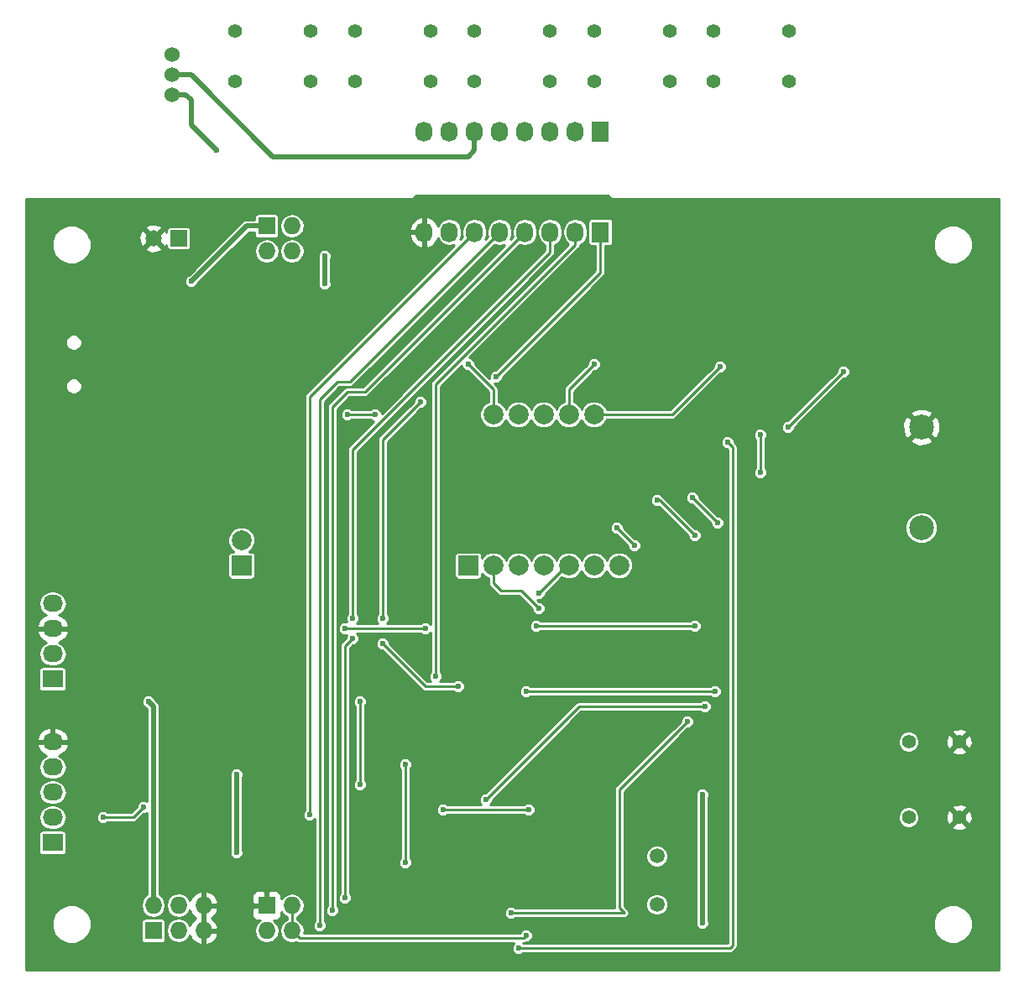
<source format=gbl>
%TF.GenerationSoftware,KiCad,Pcbnew,4.0.2+e4-6225~38~ubuntu14.04.1-stable*%
%TF.CreationDate,2016-06-25T18:59:24+02:00*%
%TF.ProjectId,hclock,68636C6F636B2E6B696361645F706362,0.1*%
%TF.FileFunction,Copper,L2,Bot,Signal*%
%FSLAX46Y46*%
G04 Gerber Fmt 4.6, Leading zero omitted, Abs format (unit mm)*
G04 Created by KiCad (PCBNEW 4.0.2+e4-6225~38~ubuntu14.04.1-stable) date sam. 25 juin 2016 18:59:24 CEST*
%MOMM*%
G01*
G04 APERTURE LIST*
%ADD10C,0.100000*%
%ADD11R,1.651000X1.651000*%
%ADD12C,1.651000*%
%ADD13R,2.000000X2.000000*%
%ADD14C,2.000000*%
%ADD15R,1.727200X1.727200*%
%ADD16O,1.727200X1.727200*%
%ADD17R,2.032000X1.727200*%
%ADD18O,2.032000X1.727200*%
%ADD19C,1.397000*%
%ADD20C,1.524000*%
%ADD21C,2.499360*%
%ADD22C,1.501140*%
%ADD23R,1.727200X2.032000*%
%ADD24O,1.727200X2.032000*%
%ADD25C,0.600000*%
%ADD26C,0.250000*%
%ADD27C,0.500000*%
%ADD28C,0.254000*%
G04 APERTURE END LIST*
D10*
D11*
X107950000Y-60960000D03*
D12*
X105410000Y-60960000D03*
D13*
X114300000Y-93980000D03*
D14*
X114300000Y-91440000D03*
D15*
X105410000Y-130810000D03*
D16*
X105410000Y-128270000D03*
X107950000Y-130810000D03*
X107950000Y-128270000D03*
X110490000Y-130810000D03*
X110490000Y-128270000D03*
D15*
X116840000Y-128270000D03*
D16*
X119380000Y-128270000D03*
X116840000Y-130810000D03*
X119380000Y-130810000D03*
D17*
X95250000Y-121920000D03*
D18*
X95250000Y-119380000D03*
X95250000Y-116840000D03*
X95250000Y-114300000D03*
X95250000Y-111760000D03*
D15*
X116840000Y-59690000D03*
D16*
X119380000Y-59690000D03*
X116840000Y-62230000D03*
X119380000Y-62230000D03*
D17*
X95250000Y-105410000D03*
D18*
X95250000Y-102870000D03*
X95250000Y-100330000D03*
X95250000Y-97790000D03*
D19*
X161925000Y-45085000D03*
X161925000Y-40005000D03*
X169545000Y-45085000D03*
X169545000Y-40005000D03*
X149860000Y-45085000D03*
X149860000Y-40005000D03*
X157480000Y-45085000D03*
X157480000Y-40005000D03*
X137795000Y-45085000D03*
X137795000Y-40005000D03*
X145415000Y-45085000D03*
X145415000Y-40005000D03*
X125730000Y-45085000D03*
X125730000Y-40005000D03*
X133350000Y-45085000D03*
X133350000Y-40005000D03*
X113665000Y-45085000D03*
X113665000Y-40005000D03*
X121285000Y-45085000D03*
X121285000Y-40005000D03*
D20*
X107315000Y-46456600D03*
X107315000Y-44450000D03*
X107315000Y-42443400D03*
D19*
X186690000Y-119380000D03*
X181610000Y-119380000D03*
X186690000Y-111760000D03*
X181610000Y-111760000D03*
D21*
X182880000Y-90170000D03*
X182880000Y-80010000D03*
D22*
X156210000Y-128170940D03*
X156210000Y-123289060D03*
D13*
X137160000Y-93980000D03*
D14*
X139700000Y-93980000D03*
X142240000Y-93980000D03*
X144780000Y-93980000D03*
X147320000Y-93980000D03*
X149860000Y-93980000D03*
X152400000Y-93980000D03*
X149860000Y-78740000D03*
X147320000Y-78740000D03*
X144780000Y-78740000D03*
X142240000Y-78740000D03*
X139700000Y-78740000D03*
D23*
X150495000Y-60325000D03*
D24*
X147955000Y-60325000D03*
X145415000Y-60325000D03*
X142875000Y-60325000D03*
X140335000Y-60325000D03*
X137795000Y-60325000D03*
X135255000Y-60325000D03*
X132715000Y-60325000D03*
D23*
X150495000Y-50165000D03*
D24*
X147955000Y-50165000D03*
X145415000Y-50165000D03*
X142875000Y-50165000D03*
X140335000Y-50165000D03*
X137795000Y-50165000D03*
X135255000Y-50165000D03*
X132715000Y-50165000D03*
D25*
X144272000Y-98298000D03*
X124714000Y-100330000D03*
X132842000Y-100330000D03*
X144272000Y-96774000D03*
X169418000Y-80010000D03*
X175006000Y-74422000D03*
X149860000Y-73660000D03*
X162560000Y-73914000D03*
X124968000Y-78740000D03*
X127762000Y-78740000D03*
X137160000Y-73660000D03*
X152146000Y-90170000D03*
X153924000Y-91948000D03*
X156210000Y-87376000D03*
X160020000Y-90932000D03*
X160020000Y-100076000D03*
X144018000Y-100076000D03*
X122682000Y-62738000D03*
X122682000Y-65532000D03*
X160782000Y-130048000D03*
X160782000Y-117094000D03*
X113792000Y-122936000D03*
X113792000Y-115062000D03*
X100330000Y-119380000D03*
X104394000Y-118364000D03*
X134620000Y-118618000D03*
X143256000Y-118618000D03*
X109220000Y-65278000D03*
X104902000Y-107696000D03*
X143002000Y-131318000D03*
X126238000Y-107696000D03*
X126238000Y-116078000D03*
X159766000Y-87122000D03*
X162306000Y-89662000D03*
X159258000Y-109728000D03*
X141478000Y-129032000D03*
X142240000Y-132588000D03*
X163322000Y-81534000D03*
X166624000Y-80772000D03*
X166624000Y-84582000D03*
X161036000Y-108204000D03*
X138938000Y-117602000D03*
X121158000Y-119126000D03*
X162052000Y-106680000D03*
X143002000Y-106680000D03*
X136144000Y-106172000D03*
X128524000Y-101854000D03*
X128524000Y-99314000D03*
X132334000Y-77470000D03*
X139954000Y-74930000D03*
X133858000Y-105156000D03*
X124714000Y-127508000D03*
X125476000Y-101346000D03*
X125476000Y-99314000D03*
X123444000Y-128778000D03*
X122174000Y-130302000D03*
X130810000Y-114046000D03*
X130810000Y-123952000D03*
X111760000Y-52070000D03*
D26*
X144272000Y-98298000D02*
X142494000Y-96520000D01*
X142494000Y-96520000D02*
X140462000Y-96520000D01*
X140462000Y-96520000D02*
X139700000Y-95758000D01*
X139700000Y-95758000D02*
X139700000Y-93980000D01*
X132842000Y-100330000D02*
X124714000Y-100330000D01*
X147320000Y-93980000D02*
X147066000Y-93980000D01*
X147066000Y-93980000D02*
X144272000Y-96774000D01*
X175006000Y-74422000D02*
X169418000Y-80010000D01*
X147320000Y-76200000D02*
X147320000Y-78740000D01*
X149860000Y-73660000D02*
X147320000Y-76200000D01*
X157734000Y-78740000D02*
X149860000Y-78740000D01*
X162560000Y-73914000D02*
X157734000Y-78740000D01*
X127762000Y-78740000D02*
X124968000Y-78740000D01*
X139700000Y-76200000D02*
X139700000Y-78740000D01*
X137160000Y-73660000D02*
X139700000Y-76200000D01*
X153924000Y-91948000D02*
X152146000Y-90170000D01*
X156464000Y-87376000D02*
X156210000Y-87376000D01*
X160020000Y-90932000D02*
X156464000Y-87376000D01*
X144018000Y-100076000D02*
X160020000Y-100076000D01*
D27*
X122682000Y-65532000D02*
X122682000Y-62738000D01*
X160782000Y-117094000D02*
X160782000Y-130048000D01*
X113792000Y-115062000D02*
X113792000Y-122936000D01*
D26*
X103378000Y-119380000D02*
X100330000Y-119380000D01*
X104394000Y-118364000D02*
X103378000Y-119380000D01*
X143256000Y-118618000D02*
X134620000Y-118618000D01*
D27*
X114808000Y-59690000D02*
X116840000Y-59690000D01*
X109220000Y-65278000D02*
X114808000Y-59690000D01*
X105410000Y-128270000D02*
X105410000Y-108204000D01*
X105410000Y-108204000D02*
X104902000Y-107696000D01*
D26*
X119380000Y-130810000D02*
X119380000Y-128270000D01*
X120142000Y-131572000D02*
X119380000Y-130810000D01*
X142748000Y-131572000D02*
X120142000Y-131572000D01*
X143002000Y-131318000D02*
X142748000Y-131572000D01*
X126238000Y-116078000D02*
X126238000Y-107696000D01*
X162306000Y-89662000D02*
X159766000Y-87122000D01*
X152400000Y-116586000D02*
X159258000Y-109728000D01*
X152400000Y-128524000D02*
X152400000Y-116586000D01*
X152908000Y-129032000D02*
X152400000Y-128524000D01*
X141478000Y-129032000D02*
X152908000Y-129032000D01*
X163576000Y-132588000D02*
X142240000Y-132588000D01*
X163830000Y-132334000D02*
X163576000Y-132588000D01*
X163830000Y-82042000D02*
X163830000Y-132334000D01*
X163322000Y-81534000D02*
X163830000Y-82042000D01*
X166624000Y-84582000D02*
X166624000Y-80772000D01*
X148336000Y-108204000D02*
X161036000Y-108204000D01*
X138938000Y-117602000D02*
X148336000Y-108204000D01*
X137795000Y-60325000D02*
X121158000Y-76962000D01*
X121158000Y-76962000D02*
X121158000Y-119126000D01*
X143002000Y-106680000D02*
X162052000Y-106680000D01*
X150495000Y-60325000D02*
X150495000Y-64389000D01*
X132842000Y-106172000D02*
X136144000Y-106172000D01*
X128524000Y-101854000D02*
X132842000Y-106172000D01*
X128524000Y-81280000D02*
X128524000Y-99314000D01*
X132334000Y-77470000D02*
X128524000Y-81280000D01*
X150495000Y-64389000D02*
X139954000Y-74930000D01*
X147955000Y-60325000D02*
X147955000Y-61595000D01*
X133858000Y-75692000D02*
X133858000Y-105156000D01*
X147955000Y-61595000D02*
X133858000Y-75692000D01*
X145415000Y-60325000D02*
X145415000Y-62357000D01*
X124714000Y-102108000D02*
X124714000Y-127508000D01*
X125476000Y-101346000D02*
X124714000Y-102108000D01*
X125476000Y-82296000D02*
X125476000Y-99314000D01*
X145415000Y-62357000D02*
X125476000Y-82296000D01*
X142875000Y-60325000D02*
X126746000Y-76454000D01*
X123444000Y-77978000D02*
X123444000Y-128778000D01*
X124968000Y-76454000D02*
X123444000Y-77978000D01*
X126746000Y-76454000D02*
X124968000Y-76454000D01*
X140335000Y-60325000D02*
X125222000Y-75438000D01*
X122174000Y-77216000D02*
X122174000Y-130302000D01*
X123952000Y-75438000D02*
X122174000Y-77216000D01*
X125222000Y-75438000D02*
X123952000Y-75438000D01*
X130810000Y-123952000D02*
X130810000Y-114046000D01*
D27*
X137795000Y-50165000D02*
X137795000Y-52070000D01*
X109220000Y-44450000D02*
X107315000Y-44450000D01*
X117475000Y-52705000D02*
X109220000Y-44450000D01*
X137160000Y-52705000D02*
X117475000Y-52705000D01*
X137795000Y-52070000D02*
X137160000Y-52705000D01*
X108686600Y-46456600D02*
X107315000Y-46456600D01*
X109220000Y-46990000D02*
X108686600Y-46456600D01*
X109220000Y-49530000D02*
X109220000Y-46990000D01*
X111760000Y-52070000D02*
X109220000Y-49530000D01*
D28*
G36*
X151343711Y-56689504D02*
X151442559Y-56837441D01*
X151590496Y-56936289D01*
X151765000Y-56971000D01*
X190679000Y-56971000D01*
X190679000Y-134799000D01*
X92531000Y-134799000D01*
X92531000Y-130567316D01*
X95173657Y-130567316D01*
X95474611Y-131295680D01*
X96031389Y-131853431D01*
X96759226Y-132155655D01*
X97547316Y-132156343D01*
X98275680Y-131855389D01*
X98833431Y-131298611D01*
X99135655Y-130570774D01*
X99136200Y-129946400D01*
X104157936Y-129946400D01*
X104157936Y-131673600D01*
X104184503Y-131814790D01*
X104267946Y-131944465D01*
X104395266Y-132031459D01*
X104546400Y-132062064D01*
X106273600Y-132062064D01*
X106414790Y-132035497D01*
X106544465Y-131952054D01*
X106631459Y-131824734D01*
X106662064Y-131673600D01*
X106662064Y-129946400D01*
X106635497Y-129805210D01*
X106552054Y-129675535D01*
X106424734Y-129588541D01*
X106273600Y-129557936D01*
X104546400Y-129557936D01*
X104405210Y-129584503D01*
X104275535Y-129667946D01*
X104188541Y-129795266D01*
X104157936Y-129946400D01*
X99136200Y-129946400D01*
X99136343Y-129782684D01*
X98835389Y-129054320D01*
X98278611Y-128496569D01*
X97550774Y-128194345D01*
X96762684Y-128193657D01*
X96034320Y-128494611D01*
X95476569Y-129051389D01*
X95174345Y-129779226D01*
X95173657Y-130567316D01*
X92531000Y-130567316D01*
X92531000Y-121056400D01*
X93845536Y-121056400D01*
X93845536Y-122783600D01*
X93872103Y-122924790D01*
X93955546Y-123054465D01*
X94082866Y-123141459D01*
X94234000Y-123172064D01*
X96266000Y-123172064D01*
X96407190Y-123145497D01*
X96536865Y-123062054D01*
X96623859Y-122934734D01*
X96654464Y-122783600D01*
X96654464Y-121056400D01*
X96627897Y-120915210D01*
X96544454Y-120785535D01*
X96417134Y-120698541D01*
X96266000Y-120667936D01*
X94234000Y-120667936D01*
X94092810Y-120694503D01*
X93963135Y-120777946D01*
X93876141Y-120905266D01*
X93845536Y-121056400D01*
X92531000Y-121056400D01*
X92531000Y-119380000D01*
X93825631Y-119380000D01*
X93920371Y-119856288D01*
X94190166Y-120260065D01*
X94593943Y-120529860D01*
X95070231Y-120624600D01*
X95429769Y-120624600D01*
X95906057Y-120529860D01*
X96309834Y-120260065D01*
X96579629Y-119856288D01*
X96647542Y-119514865D01*
X99648882Y-119514865D01*
X99752339Y-119765252D01*
X99943741Y-119956987D01*
X100193946Y-120060882D01*
X100464865Y-120061118D01*
X100715252Y-119957661D01*
X100787038Y-119886000D01*
X103378000Y-119886000D01*
X103571638Y-119847483D01*
X103735796Y-119737796D01*
X104428561Y-119045031D01*
X104528865Y-119045118D01*
X104779000Y-118941765D01*
X104779000Y-127199132D01*
X104529935Y-127365552D01*
X104260140Y-127769329D01*
X104165400Y-128245617D01*
X104165400Y-128294383D01*
X104260140Y-128770671D01*
X104529935Y-129174448D01*
X104933712Y-129444243D01*
X105410000Y-129538983D01*
X105886288Y-129444243D01*
X106290065Y-129174448D01*
X106559860Y-128770671D01*
X106654600Y-128294383D01*
X106654600Y-128245617D01*
X106705400Y-128245617D01*
X106705400Y-128294383D01*
X106800140Y-128770671D01*
X107069935Y-129174448D01*
X107473712Y-129444243D01*
X107950000Y-129538983D01*
X108426288Y-129444243D01*
X108830065Y-129174448D01*
X109099860Y-128770671D01*
X109100324Y-128768338D01*
X109283179Y-129158490D01*
X109701152Y-129540000D01*
X109283179Y-129921510D01*
X109100324Y-130311662D01*
X109099860Y-130309329D01*
X108830065Y-129905552D01*
X108426288Y-129635757D01*
X107950000Y-129541017D01*
X107473712Y-129635757D01*
X107069935Y-129905552D01*
X106800140Y-130309329D01*
X106705400Y-130785617D01*
X106705400Y-130834383D01*
X106800140Y-131310671D01*
X107069935Y-131714448D01*
X107473712Y-131984243D01*
X107950000Y-132078983D01*
X108426288Y-131984243D01*
X108830065Y-131714448D01*
X109099860Y-131310671D01*
X109100324Y-131308338D01*
X109283179Y-131698490D01*
X109715053Y-132092688D01*
X110130974Y-132264958D01*
X110363000Y-132143817D01*
X110363000Y-130937000D01*
X110617000Y-130937000D01*
X110617000Y-132143817D01*
X110849026Y-132264958D01*
X111264947Y-132092688D01*
X111696821Y-131698490D01*
X111944968Y-131169027D01*
X111824469Y-130937000D01*
X110617000Y-130937000D01*
X110363000Y-130937000D01*
X110343000Y-130937000D01*
X110343000Y-130683000D01*
X110363000Y-130683000D01*
X110363000Y-128397000D01*
X110617000Y-128397000D01*
X110617000Y-130683000D01*
X111824469Y-130683000D01*
X111944968Y-130450973D01*
X111696821Y-129921510D01*
X111278848Y-129540000D01*
X111696821Y-129158490D01*
X111944968Y-128629027D01*
X111906913Y-128555750D01*
X115341400Y-128555750D01*
X115341400Y-129259910D01*
X115438073Y-129493299D01*
X115616702Y-129671927D01*
X115850091Y-129768600D01*
X116177007Y-129768600D01*
X115935552Y-129929935D01*
X115665757Y-130333712D01*
X115571017Y-130810000D01*
X115665757Y-131286288D01*
X115935552Y-131690065D01*
X116339329Y-131959860D01*
X116815617Y-132054600D01*
X116864383Y-132054600D01*
X117340671Y-131959860D01*
X117744448Y-131690065D01*
X118014243Y-131286288D01*
X118108983Y-130810000D01*
X118014243Y-130333712D01*
X117744448Y-129929935D01*
X117502993Y-129768600D01*
X117829909Y-129768600D01*
X118063298Y-129671927D01*
X118241927Y-129493299D01*
X118338600Y-129259910D01*
X118338600Y-128945102D01*
X118475552Y-129150065D01*
X118874000Y-129416299D01*
X118874000Y-129663701D01*
X118475552Y-129929935D01*
X118205757Y-130333712D01*
X118111017Y-130810000D01*
X118205757Y-131286288D01*
X118475552Y-131690065D01*
X118879329Y-131959860D01*
X119355617Y-132054600D01*
X119404383Y-132054600D01*
X119841006Y-131967750D01*
X119948362Y-132039483D01*
X120142000Y-132078000D01*
X141786969Y-132078000D01*
X141663013Y-132201741D01*
X141559118Y-132451946D01*
X141558882Y-132722865D01*
X141662339Y-132973252D01*
X141853741Y-133164987D01*
X142103946Y-133268882D01*
X142374865Y-133269118D01*
X142625252Y-133165661D01*
X142697038Y-133094000D01*
X163576000Y-133094000D01*
X163769638Y-133055483D01*
X163933796Y-132945796D01*
X164187796Y-132691796D01*
X164297483Y-132527638D01*
X164336000Y-132334000D01*
X164336000Y-130567316D01*
X184073657Y-130567316D01*
X184374611Y-131295680D01*
X184931389Y-131853431D01*
X185659226Y-132155655D01*
X186447316Y-132156343D01*
X187175680Y-131855389D01*
X187733431Y-131298611D01*
X188035655Y-130570774D01*
X188036343Y-129782684D01*
X187735389Y-129054320D01*
X187178611Y-128496569D01*
X186450774Y-128194345D01*
X185662684Y-128193657D01*
X184934320Y-128494611D01*
X184376569Y-129051389D01*
X184074345Y-129779226D01*
X184073657Y-130567316D01*
X164336000Y-130567316D01*
X164336000Y-119593784D01*
X180530313Y-119593784D01*
X180694311Y-119990689D01*
X180997714Y-120294622D01*
X181394332Y-120459313D01*
X181823784Y-120459687D01*
X182175918Y-120314188D01*
X185935417Y-120314188D01*
X185997071Y-120549800D01*
X186497480Y-120725927D01*
X187027199Y-120697148D01*
X187382929Y-120549800D01*
X187444583Y-120314188D01*
X186690000Y-119559605D01*
X185935417Y-120314188D01*
X182175918Y-120314188D01*
X182220689Y-120295689D01*
X182524622Y-119992286D01*
X182689313Y-119595668D01*
X182689668Y-119187480D01*
X185344073Y-119187480D01*
X185372852Y-119717199D01*
X185520200Y-120072929D01*
X185755812Y-120134583D01*
X186510395Y-119380000D01*
X186869605Y-119380000D01*
X187624188Y-120134583D01*
X187859800Y-120072929D01*
X188035927Y-119572520D01*
X188007148Y-119042801D01*
X187859800Y-118687071D01*
X187624188Y-118625417D01*
X186869605Y-119380000D01*
X186510395Y-119380000D01*
X185755812Y-118625417D01*
X185520200Y-118687071D01*
X185344073Y-119187480D01*
X182689668Y-119187480D01*
X182689687Y-119166216D01*
X182525689Y-118769311D01*
X182222286Y-118465378D01*
X182175167Y-118445812D01*
X185935417Y-118445812D01*
X186690000Y-119200395D01*
X187444583Y-118445812D01*
X187382929Y-118210200D01*
X186882520Y-118034073D01*
X186352801Y-118062852D01*
X185997071Y-118210200D01*
X185935417Y-118445812D01*
X182175167Y-118445812D01*
X181825668Y-118300687D01*
X181396216Y-118300313D01*
X180999311Y-118464311D01*
X180695378Y-118767714D01*
X180530687Y-119164332D01*
X180530313Y-119593784D01*
X164336000Y-119593784D01*
X164336000Y-111973784D01*
X180530313Y-111973784D01*
X180694311Y-112370689D01*
X180997714Y-112674622D01*
X181394332Y-112839313D01*
X181823784Y-112839687D01*
X182175918Y-112694188D01*
X185935417Y-112694188D01*
X185997071Y-112929800D01*
X186497480Y-113105927D01*
X187027199Y-113077148D01*
X187382929Y-112929800D01*
X187444583Y-112694188D01*
X186690000Y-111939605D01*
X185935417Y-112694188D01*
X182175918Y-112694188D01*
X182220689Y-112675689D01*
X182524622Y-112372286D01*
X182689313Y-111975668D01*
X182689668Y-111567480D01*
X185344073Y-111567480D01*
X185372852Y-112097199D01*
X185520200Y-112452929D01*
X185755812Y-112514583D01*
X186510395Y-111760000D01*
X186869605Y-111760000D01*
X187624188Y-112514583D01*
X187859800Y-112452929D01*
X188035927Y-111952520D01*
X188007148Y-111422801D01*
X187859800Y-111067071D01*
X187624188Y-111005417D01*
X186869605Y-111760000D01*
X186510395Y-111760000D01*
X185755812Y-111005417D01*
X185520200Y-111067071D01*
X185344073Y-111567480D01*
X182689668Y-111567480D01*
X182689687Y-111546216D01*
X182525689Y-111149311D01*
X182222286Y-110845378D01*
X182175167Y-110825812D01*
X185935417Y-110825812D01*
X186690000Y-111580395D01*
X187444583Y-110825812D01*
X187382929Y-110590200D01*
X186882520Y-110414073D01*
X186352801Y-110442852D01*
X185997071Y-110590200D01*
X185935417Y-110825812D01*
X182175167Y-110825812D01*
X181825668Y-110680687D01*
X181396216Y-110680313D01*
X180999311Y-110844311D01*
X180695378Y-111147714D01*
X180530687Y-111544332D01*
X180530313Y-111973784D01*
X164336000Y-111973784D01*
X164336000Y-90492939D01*
X181249037Y-90492939D01*
X181496771Y-91092499D01*
X181955088Y-91551617D01*
X182554215Y-91800396D01*
X183202939Y-91800963D01*
X183802499Y-91553229D01*
X184261617Y-91094912D01*
X184510396Y-90495785D01*
X184510963Y-89847061D01*
X184263229Y-89247501D01*
X183804912Y-88788383D01*
X183205785Y-88539604D01*
X182557061Y-88539037D01*
X181957501Y-88786771D01*
X181498383Y-89245088D01*
X181249604Y-89844215D01*
X181249037Y-90492939D01*
X164336000Y-90492939D01*
X164336000Y-82042000D01*
X164297483Y-81848362D01*
X164187796Y-81684204D01*
X164003031Y-81499439D01*
X164003118Y-81399135D01*
X163899661Y-81148748D01*
X163708259Y-80957013D01*
X163587491Y-80906865D01*
X165942882Y-80906865D01*
X166046339Y-81157252D01*
X166118000Y-81229038D01*
X166118000Y-84124877D01*
X166047013Y-84195741D01*
X165943118Y-84445946D01*
X165942882Y-84716865D01*
X166046339Y-84967252D01*
X166237741Y-85158987D01*
X166487946Y-85262882D01*
X166758865Y-85263118D01*
X167009252Y-85159661D01*
X167200987Y-84968259D01*
X167304882Y-84718054D01*
X167305118Y-84447135D01*
X167201661Y-84196748D01*
X167130000Y-84124962D01*
X167130000Y-81343089D01*
X181726517Y-81343089D01*
X181855725Y-81635859D01*
X182555883Y-81904071D01*
X183305384Y-81883928D01*
X183904275Y-81635859D01*
X184033483Y-81343089D01*
X182880000Y-80189605D01*
X181726517Y-81343089D01*
X167130000Y-81343089D01*
X167130000Y-81229123D01*
X167200987Y-81158259D01*
X167304882Y-80908054D01*
X167305118Y-80637135D01*
X167201661Y-80386748D01*
X167010259Y-80195013D01*
X166889491Y-80144865D01*
X168736882Y-80144865D01*
X168840339Y-80395252D01*
X169031741Y-80586987D01*
X169281946Y-80690882D01*
X169552865Y-80691118D01*
X169803252Y-80587661D01*
X169994987Y-80396259D01*
X170098882Y-80146054D01*
X170098970Y-80044622D01*
X170457709Y-79685883D01*
X180985929Y-79685883D01*
X181006072Y-80435384D01*
X181254141Y-81034275D01*
X181546911Y-81163483D01*
X182700395Y-80010000D01*
X183059605Y-80010000D01*
X184213089Y-81163483D01*
X184505859Y-81034275D01*
X184774071Y-80334117D01*
X184753928Y-79584616D01*
X184505859Y-78985725D01*
X184213089Y-78856517D01*
X183059605Y-80010000D01*
X182700395Y-80010000D01*
X181546911Y-78856517D01*
X181254141Y-78985725D01*
X180985929Y-79685883D01*
X170457709Y-79685883D01*
X171466681Y-78676911D01*
X181726517Y-78676911D01*
X182880000Y-79830395D01*
X184033483Y-78676911D01*
X183904275Y-78384141D01*
X183204117Y-78115929D01*
X182454616Y-78136072D01*
X181855725Y-78384141D01*
X181726517Y-78676911D01*
X171466681Y-78676911D01*
X175040561Y-75103031D01*
X175140865Y-75103118D01*
X175391252Y-74999661D01*
X175582987Y-74808259D01*
X175686882Y-74558054D01*
X175687118Y-74287135D01*
X175583661Y-74036748D01*
X175392259Y-73845013D01*
X175142054Y-73741118D01*
X174871135Y-73740882D01*
X174620748Y-73844339D01*
X174429013Y-74035741D01*
X174325118Y-74285946D01*
X174325030Y-74387378D01*
X169383439Y-79328969D01*
X169283135Y-79328882D01*
X169032748Y-79432339D01*
X168841013Y-79623741D01*
X168737118Y-79873946D01*
X168736882Y-80144865D01*
X166889491Y-80144865D01*
X166760054Y-80091118D01*
X166489135Y-80090882D01*
X166238748Y-80194339D01*
X166047013Y-80385741D01*
X165943118Y-80635946D01*
X165942882Y-80906865D01*
X163587491Y-80906865D01*
X163458054Y-80853118D01*
X163187135Y-80852882D01*
X162936748Y-80956339D01*
X162745013Y-81147741D01*
X162641118Y-81397946D01*
X162640882Y-81668865D01*
X162744339Y-81919252D01*
X162935741Y-82110987D01*
X163185946Y-82214882D01*
X163287378Y-82214970D01*
X163324000Y-82251592D01*
X163324000Y-132082000D01*
X142697123Y-132082000D01*
X142693130Y-132078000D01*
X142748000Y-132078000D01*
X142941638Y-132039483D01*
X143002224Y-131999001D01*
X143136865Y-131999118D01*
X143387252Y-131895661D01*
X143578987Y-131704259D01*
X143682882Y-131454054D01*
X143683118Y-131183135D01*
X143579661Y-130932748D01*
X143388259Y-130741013D01*
X143138054Y-130637118D01*
X142867135Y-130636882D01*
X142616748Y-130740339D01*
X142425013Y-130931741D01*
X142369263Y-131066000D01*
X120598061Y-131066000D01*
X120648983Y-130810000D01*
X120554243Y-130333712D01*
X120284448Y-129929935D01*
X119886000Y-129663701D01*
X119886000Y-129416299D01*
X120284448Y-129150065D01*
X120554243Y-128746288D01*
X120648983Y-128270000D01*
X120554243Y-127793712D01*
X120284448Y-127389935D01*
X119880671Y-127120140D01*
X119404383Y-127025400D01*
X119355617Y-127025400D01*
X118879329Y-127120140D01*
X118475552Y-127389935D01*
X118338600Y-127594898D01*
X118338600Y-127280090D01*
X118241927Y-127046701D01*
X118063298Y-126868073D01*
X117829909Y-126771400D01*
X117125750Y-126771400D01*
X116967000Y-126930150D01*
X116967000Y-128143000D01*
X116987000Y-128143000D01*
X116987000Y-128397000D01*
X116967000Y-128397000D01*
X116967000Y-128417000D01*
X116713000Y-128417000D01*
X116713000Y-128397000D01*
X115500150Y-128397000D01*
X115341400Y-128555750D01*
X111906913Y-128555750D01*
X111824469Y-128397000D01*
X110617000Y-128397000D01*
X110363000Y-128397000D01*
X110343000Y-128397000D01*
X110343000Y-128143000D01*
X110363000Y-128143000D01*
X110363000Y-126936183D01*
X110617000Y-126936183D01*
X110617000Y-128143000D01*
X111824469Y-128143000D01*
X111944968Y-127910973D01*
X111696821Y-127381510D01*
X111585708Y-127280090D01*
X115341400Y-127280090D01*
X115341400Y-127984250D01*
X115500150Y-128143000D01*
X116713000Y-128143000D01*
X116713000Y-126930150D01*
X116554250Y-126771400D01*
X115850091Y-126771400D01*
X115616702Y-126868073D01*
X115438073Y-127046701D01*
X115341400Y-127280090D01*
X111585708Y-127280090D01*
X111264947Y-126987312D01*
X110849026Y-126815042D01*
X110617000Y-126936183D01*
X110363000Y-126936183D01*
X110130974Y-126815042D01*
X109715053Y-126987312D01*
X109283179Y-127381510D01*
X109100324Y-127771662D01*
X109099860Y-127769329D01*
X108830065Y-127365552D01*
X108426288Y-127095757D01*
X107950000Y-127001017D01*
X107473712Y-127095757D01*
X107069935Y-127365552D01*
X106800140Y-127769329D01*
X106705400Y-128245617D01*
X106654600Y-128245617D01*
X106559860Y-127769329D01*
X106290065Y-127365552D01*
X106041000Y-127199132D01*
X106041000Y-115196865D01*
X113110882Y-115196865D01*
X113161000Y-115318161D01*
X113161000Y-122679818D01*
X113111118Y-122799946D01*
X113110882Y-123070865D01*
X113214339Y-123321252D01*
X113405741Y-123512987D01*
X113655946Y-123616882D01*
X113926865Y-123617118D01*
X114177252Y-123513661D01*
X114368987Y-123322259D01*
X114472882Y-123072054D01*
X114473118Y-122801135D01*
X114423000Y-122679839D01*
X114423000Y-119260865D01*
X120476882Y-119260865D01*
X120580339Y-119511252D01*
X120771741Y-119702987D01*
X121021946Y-119806882D01*
X121292865Y-119807118D01*
X121543252Y-119703661D01*
X121668000Y-119579130D01*
X121668000Y-129844877D01*
X121597013Y-129915741D01*
X121493118Y-130165946D01*
X121492882Y-130436865D01*
X121596339Y-130687252D01*
X121787741Y-130878987D01*
X122037946Y-130982882D01*
X122308865Y-130983118D01*
X122559252Y-130879661D01*
X122750987Y-130688259D01*
X122854882Y-130438054D01*
X122855118Y-130167135D01*
X122751661Y-129916748D01*
X122680000Y-129844962D01*
X122680000Y-77425592D01*
X124161592Y-75944000D01*
X125222000Y-75944000D01*
X125415638Y-75905483D01*
X125579796Y-75795796D01*
X139776137Y-61599455D01*
X139858712Y-61654629D01*
X140335000Y-61749369D01*
X140811288Y-61654629D01*
X140867014Y-61617394D01*
X126536408Y-75948000D01*
X124968000Y-75948000D01*
X124774362Y-75986517D01*
X124610204Y-76096204D01*
X123086204Y-77620204D01*
X122976517Y-77784362D01*
X122938000Y-77978000D01*
X122938000Y-128320877D01*
X122867013Y-128391741D01*
X122763118Y-128641946D01*
X122762882Y-128912865D01*
X122866339Y-129163252D01*
X123057741Y-129354987D01*
X123307946Y-129458882D01*
X123578865Y-129459118D01*
X123829252Y-129355661D01*
X124018376Y-129166865D01*
X140796882Y-129166865D01*
X140900339Y-129417252D01*
X141091741Y-129608987D01*
X141341946Y-129712882D01*
X141612865Y-129713118D01*
X141863252Y-129609661D01*
X141935038Y-129538000D01*
X152908000Y-129538000D01*
X153101638Y-129499483D01*
X153265796Y-129389796D01*
X153375483Y-129225638D01*
X153414000Y-129032000D01*
X153375483Y-128838362D01*
X153265796Y-128674204D01*
X152986628Y-128395036D01*
X155078234Y-128395036D01*
X155250142Y-128811086D01*
X155568180Y-129129679D01*
X155983929Y-129302313D01*
X156434096Y-129302706D01*
X156850146Y-129130798D01*
X157168739Y-128812760D01*
X157341373Y-128397011D01*
X157341766Y-127946844D01*
X157169858Y-127530794D01*
X156851820Y-127212201D01*
X156436071Y-127039567D01*
X155985904Y-127039174D01*
X155569854Y-127211082D01*
X155251261Y-127529120D01*
X155078627Y-127944869D01*
X155078234Y-128395036D01*
X152986628Y-128395036D01*
X152906000Y-128314408D01*
X152906000Y-123513156D01*
X155078234Y-123513156D01*
X155250142Y-123929206D01*
X155568180Y-124247799D01*
X155983929Y-124420433D01*
X156434096Y-124420826D01*
X156850146Y-124248918D01*
X157168739Y-123930880D01*
X157341373Y-123515131D01*
X157341766Y-123064964D01*
X157169858Y-122648914D01*
X156851820Y-122330321D01*
X156436071Y-122157687D01*
X155985904Y-122157294D01*
X155569854Y-122329202D01*
X155251261Y-122647240D01*
X155078627Y-123062989D01*
X155078234Y-123513156D01*
X152906000Y-123513156D01*
X152906000Y-117228865D01*
X160100882Y-117228865D01*
X160151000Y-117350161D01*
X160151000Y-129791818D01*
X160101118Y-129911946D01*
X160100882Y-130182865D01*
X160204339Y-130433252D01*
X160395741Y-130624987D01*
X160645946Y-130728882D01*
X160916865Y-130729118D01*
X161167252Y-130625661D01*
X161358987Y-130434259D01*
X161462882Y-130184054D01*
X161463118Y-129913135D01*
X161413000Y-129791839D01*
X161413000Y-117350182D01*
X161462882Y-117230054D01*
X161463118Y-116959135D01*
X161359661Y-116708748D01*
X161168259Y-116517013D01*
X160918054Y-116413118D01*
X160647135Y-116412882D01*
X160396748Y-116516339D01*
X160205013Y-116707741D01*
X160101118Y-116957946D01*
X160100882Y-117228865D01*
X152906000Y-117228865D01*
X152906000Y-116795592D01*
X159292561Y-110409031D01*
X159392865Y-110409118D01*
X159643252Y-110305661D01*
X159834987Y-110114259D01*
X159938882Y-109864054D01*
X159939118Y-109593135D01*
X159835661Y-109342748D01*
X159644259Y-109151013D01*
X159394054Y-109047118D01*
X159123135Y-109046882D01*
X158872748Y-109150339D01*
X158681013Y-109341741D01*
X158577118Y-109591946D01*
X158577030Y-109693378D01*
X152042204Y-116228204D01*
X151932517Y-116392362D01*
X151894000Y-116586000D01*
X151894000Y-128524000D01*
X151894398Y-128526000D01*
X141935123Y-128526000D01*
X141864259Y-128455013D01*
X141614054Y-128351118D01*
X141343135Y-128350882D01*
X141092748Y-128454339D01*
X140901013Y-128645741D01*
X140797118Y-128895946D01*
X140796882Y-129166865D01*
X124018376Y-129166865D01*
X124020987Y-129164259D01*
X124124882Y-128914054D01*
X124125118Y-128643135D01*
X124021661Y-128392748D01*
X123950000Y-128320962D01*
X123950000Y-100464865D01*
X124032882Y-100464865D01*
X124136339Y-100715252D01*
X124327741Y-100906987D01*
X124577946Y-101010882D01*
X124848865Y-101011118D01*
X124883647Y-100996747D01*
X124795118Y-101209946D01*
X124795030Y-101311378D01*
X124356204Y-101750204D01*
X124246517Y-101914362D01*
X124208000Y-102108000D01*
X124208000Y-127050877D01*
X124137013Y-127121741D01*
X124033118Y-127371946D01*
X124032882Y-127642865D01*
X124136339Y-127893252D01*
X124327741Y-128084987D01*
X124577946Y-128188882D01*
X124848865Y-128189118D01*
X125099252Y-128085661D01*
X125290987Y-127894259D01*
X125394882Y-127644054D01*
X125395118Y-127373135D01*
X125291661Y-127122748D01*
X125220000Y-127050962D01*
X125220000Y-107830865D01*
X125556882Y-107830865D01*
X125660339Y-108081252D01*
X125732000Y-108153038D01*
X125732000Y-115620877D01*
X125661013Y-115691741D01*
X125557118Y-115941946D01*
X125556882Y-116212865D01*
X125660339Y-116463252D01*
X125851741Y-116654987D01*
X126101946Y-116758882D01*
X126372865Y-116759118D01*
X126623252Y-116655661D01*
X126814987Y-116464259D01*
X126918882Y-116214054D01*
X126919118Y-115943135D01*
X126815661Y-115692748D01*
X126744000Y-115620962D01*
X126744000Y-114180865D01*
X130128882Y-114180865D01*
X130232339Y-114431252D01*
X130304000Y-114503038D01*
X130304000Y-123494877D01*
X130233013Y-123565741D01*
X130129118Y-123815946D01*
X130128882Y-124086865D01*
X130232339Y-124337252D01*
X130423741Y-124528987D01*
X130673946Y-124632882D01*
X130944865Y-124633118D01*
X131195252Y-124529661D01*
X131386987Y-124338259D01*
X131490882Y-124088054D01*
X131491118Y-123817135D01*
X131387661Y-123566748D01*
X131316000Y-123494962D01*
X131316000Y-118752865D01*
X133938882Y-118752865D01*
X134042339Y-119003252D01*
X134233741Y-119194987D01*
X134483946Y-119298882D01*
X134754865Y-119299118D01*
X135005252Y-119195661D01*
X135077038Y-119124000D01*
X142798877Y-119124000D01*
X142869741Y-119194987D01*
X143119946Y-119298882D01*
X143390865Y-119299118D01*
X143641252Y-119195661D01*
X143832987Y-119004259D01*
X143936882Y-118754054D01*
X143937118Y-118483135D01*
X143833661Y-118232748D01*
X143642259Y-118041013D01*
X143392054Y-117937118D01*
X143121135Y-117936882D01*
X142870748Y-118040339D01*
X142798962Y-118112000D01*
X139391031Y-118112000D01*
X139514987Y-117988259D01*
X139618882Y-117738054D01*
X139618970Y-117636622D01*
X148545592Y-108710000D01*
X160578877Y-108710000D01*
X160649741Y-108780987D01*
X160899946Y-108884882D01*
X161170865Y-108885118D01*
X161421252Y-108781661D01*
X161612987Y-108590259D01*
X161716882Y-108340054D01*
X161717118Y-108069135D01*
X161613661Y-107818748D01*
X161422259Y-107627013D01*
X161172054Y-107523118D01*
X160901135Y-107522882D01*
X160650748Y-107626339D01*
X160578962Y-107698000D01*
X148336000Y-107698000D01*
X148142362Y-107736517D01*
X147978204Y-107846204D01*
X138903439Y-116920969D01*
X138803135Y-116920882D01*
X138552748Y-117024339D01*
X138361013Y-117215741D01*
X138257118Y-117465946D01*
X138256882Y-117736865D01*
X138360339Y-117987252D01*
X138484870Y-118112000D01*
X135077123Y-118112000D01*
X135006259Y-118041013D01*
X134756054Y-117937118D01*
X134485135Y-117936882D01*
X134234748Y-118040339D01*
X134043013Y-118231741D01*
X133939118Y-118481946D01*
X133938882Y-118752865D01*
X131316000Y-118752865D01*
X131316000Y-114503123D01*
X131386987Y-114432259D01*
X131490882Y-114182054D01*
X131491118Y-113911135D01*
X131387661Y-113660748D01*
X131196259Y-113469013D01*
X130946054Y-113365118D01*
X130675135Y-113364882D01*
X130424748Y-113468339D01*
X130233013Y-113659741D01*
X130129118Y-113909946D01*
X130128882Y-114180865D01*
X126744000Y-114180865D01*
X126744000Y-108153123D01*
X126814987Y-108082259D01*
X126918882Y-107832054D01*
X126919118Y-107561135D01*
X126815661Y-107310748D01*
X126624259Y-107119013D01*
X126374054Y-107015118D01*
X126103135Y-107014882D01*
X125852748Y-107118339D01*
X125661013Y-107309741D01*
X125557118Y-107559946D01*
X125556882Y-107830865D01*
X125220000Y-107830865D01*
X125220000Y-102317592D01*
X125510561Y-102027031D01*
X125610865Y-102027118D01*
X125861252Y-101923661D01*
X126052987Y-101732259D01*
X126156882Y-101482054D01*
X126157118Y-101211135D01*
X126053661Y-100960748D01*
X125929130Y-100836000D01*
X132384877Y-100836000D01*
X132455741Y-100906987D01*
X132705946Y-101010882D01*
X132976865Y-101011118D01*
X133227252Y-100907661D01*
X133352000Y-100783130D01*
X133352000Y-104698877D01*
X133281013Y-104769741D01*
X133177118Y-105019946D01*
X133176882Y-105290865D01*
X133280339Y-105541252D01*
X133404870Y-105666000D01*
X133051592Y-105666000D01*
X129205031Y-101819439D01*
X129205118Y-101719135D01*
X129101661Y-101468748D01*
X128910259Y-101277013D01*
X128660054Y-101173118D01*
X128389135Y-101172882D01*
X128138748Y-101276339D01*
X127947013Y-101467741D01*
X127843118Y-101717946D01*
X127842882Y-101988865D01*
X127946339Y-102239252D01*
X128137741Y-102430987D01*
X128387946Y-102534882D01*
X128489378Y-102534970D01*
X132484204Y-106529796D01*
X132648362Y-106639483D01*
X132842000Y-106678000D01*
X135686877Y-106678000D01*
X135757741Y-106748987D01*
X136007946Y-106852882D01*
X136278865Y-106853118D01*
X136371445Y-106814865D01*
X142320882Y-106814865D01*
X142424339Y-107065252D01*
X142615741Y-107256987D01*
X142865946Y-107360882D01*
X143136865Y-107361118D01*
X143387252Y-107257661D01*
X143459038Y-107186000D01*
X161594877Y-107186000D01*
X161665741Y-107256987D01*
X161915946Y-107360882D01*
X162186865Y-107361118D01*
X162437252Y-107257661D01*
X162628987Y-107066259D01*
X162732882Y-106816054D01*
X162733118Y-106545135D01*
X162629661Y-106294748D01*
X162438259Y-106103013D01*
X162188054Y-105999118D01*
X161917135Y-105998882D01*
X161666748Y-106102339D01*
X161594962Y-106174000D01*
X143459123Y-106174000D01*
X143388259Y-106103013D01*
X143138054Y-105999118D01*
X142867135Y-105998882D01*
X142616748Y-106102339D01*
X142425013Y-106293741D01*
X142321118Y-106543946D01*
X142320882Y-106814865D01*
X136371445Y-106814865D01*
X136529252Y-106749661D01*
X136720987Y-106558259D01*
X136824882Y-106308054D01*
X136825118Y-106037135D01*
X136721661Y-105786748D01*
X136530259Y-105595013D01*
X136280054Y-105491118D01*
X136009135Y-105490882D01*
X135758748Y-105594339D01*
X135686962Y-105666000D01*
X134311031Y-105666000D01*
X134434987Y-105542259D01*
X134538882Y-105292054D01*
X134539118Y-105021135D01*
X134435661Y-104770748D01*
X134364000Y-104698962D01*
X134364000Y-100210865D01*
X143336882Y-100210865D01*
X143440339Y-100461252D01*
X143631741Y-100652987D01*
X143881946Y-100756882D01*
X144152865Y-100757118D01*
X144403252Y-100653661D01*
X144475038Y-100582000D01*
X159562877Y-100582000D01*
X159633741Y-100652987D01*
X159883946Y-100756882D01*
X160154865Y-100757118D01*
X160405252Y-100653661D01*
X160596987Y-100462259D01*
X160700882Y-100212054D01*
X160701118Y-99941135D01*
X160597661Y-99690748D01*
X160406259Y-99499013D01*
X160156054Y-99395118D01*
X159885135Y-99394882D01*
X159634748Y-99498339D01*
X159562962Y-99570000D01*
X144475123Y-99570000D01*
X144404259Y-99499013D01*
X144154054Y-99395118D01*
X143883135Y-99394882D01*
X143632748Y-99498339D01*
X143441013Y-99689741D01*
X143337118Y-99939946D01*
X143336882Y-100210865D01*
X134364000Y-100210865D01*
X134364000Y-92980000D01*
X135771536Y-92980000D01*
X135771536Y-94980000D01*
X135798103Y-95121190D01*
X135881546Y-95250865D01*
X136008866Y-95337859D01*
X136160000Y-95368464D01*
X138160000Y-95368464D01*
X138301190Y-95341897D01*
X138430865Y-95258454D01*
X138517859Y-95131134D01*
X138548464Y-94980000D01*
X138548464Y-94781187D01*
X138916705Y-95150072D01*
X139194000Y-95265215D01*
X139194000Y-95758000D01*
X139232517Y-95951638D01*
X139342204Y-96115796D01*
X140104204Y-96877796D01*
X140268362Y-96987483D01*
X140462000Y-97026000D01*
X142284408Y-97026000D01*
X143590969Y-98332561D01*
X143590882Y-98432865D01*
X143694339Y-98683252D01*
X143885741Y-98874987D01*
X144135946Y-98978882D01*
X144406865Y-98979118D01*
X144657252Y-98875661D01*
X144848987Y-98684259D01*
X144952882Y-98434054D01*
X144953118Y-98163135D01*
X144849661Y-97912748D01*
X144658259Y-97721013D01*
X144408054Y-97617118D01*
X144306622Y-97617030D01*
X144144481Y-97454889D01*
X144406865Y-97455118D01*
X144657252Y-97351661D01*
X144848987Y-97160259D01*
X144952882Y-96910054D01*
X144952970Y-96808622D01*
X146589569Y-95172023D01*
X147044097Y-95360759D01*
X147593493Y-95361239D01*
X148101251Y-95151437D01*
X148490072Y-94763295D01*
X148589985Y-94522676D01*
X148688563Y-94761251D01*
X149076705Y-95150072D01*
X149584097Y-95360759D01*
X150133493Y-95361239D01*
X150641251Y-95151437D01*
X151030072Y-94763295D01*
X151129985Y-94522676D01*
X151228563Y-94761251D01*
X151616705Y-95150072D01*
X152124097Y-95360759D01*
X152673493Y-95361239D01*
X153181251Y-95151437D01*
X153570072Y-94763295D01*
X153780759Y-94255903D01*
X153781239Y-93706507D01*
X153571437Y-93198749D01*
X153183295Y-92809928D01*
X152675903Y-92599241D01*
X152126507Y-92598761D01*
X151618749Y-92808563D01*
X151229928Y-93196705D01*
X151130015Y-93437324D01*
X151031437Y-93198749D01*
X150643295Y-92809928D01*
X150135903Y-92599241D01*
X149586507Y-92598761D01*
X149078749Y-92808563D01*
X148689928Y-93196705D01*
X148590015Y-93437324D01*
X148491437Y-93198749D01*
X148103295Y-92809928D01*
X147595903Y-92599241D01*
X147046507Y-92598761D01*
X146538749Y-92808563D01*
X146149928Y-93196705D01*
X146050015Y-93437324D01*
X145951437Y-93198749D01*
X145563295Y-92809928D01*
X145055903Y-92599241D01*
X144506507Y-92598761D01*
X143998749Y-92808563D01*
X143609928Y-93196705D01*
X143510015Y-93437324D01*
X143411437Y-93198749D01*
X143023295Y-92809928D01*
X142515903Y-92599241D01*
X141966507Y-92598761D01*
X141458749Y-92808563D01*
X141069928Y-93196705D01*
X140970015Y-93437324D01*
X140871437Y-93198749D01*
X140483295Y-92809928D01*
X139975903Y-92599241D01*
X139426507Y-92598761D01*
X138918749Y-92808563D01*
X138548464Y-93178201D01*
X138548464Y-92980000D01*
X138521897Y-92838810D01*
X138438454Y-92709135D01*
X138311134Y-92622141D01*
X138160000Y-92591536D01*
X136160000Y-92591536D01*
X136018810Y-92618103D01*
X135889135Y-92701546D01*
X135802141Y-92828866D01*
X135771536Y-92980000D01*
X134364000Y-92980000D01*
X134364000Y-90304865D01*
X151464882Y-90304865D01*
X151568339Y-90555252D01*
X151759741Y-90746987D01*
X152009946Y-90850882D01*
X152111378Y-90850970D01*
X153242969Y-91982561D01*
X153242882Y-92082865D01*
X153346339Y-92333252D01*
X153537741Y-92524987D01*
X153787946Y-92628882D01*
X154058865Y-92629118D01*
X154309252Y-92525661D01*
X154500987Y-92334259D01*
X154604882Y-92084054D01*
X154605118Y-91813135D01*
X154501661Y-91562748D01*
X154310259Y-91371013D01*
X154060054Y-91267118D01*
X153958622Y-91267030D01*
X152827031Y-90135439D01*
X152827118Y-90035135D01*
X152723661Y-89784748D01*
X152532259Y-89593013D01*
X152282054Y-89489118D01*
X152011135Y-89488882D01*
X151760748Y-89592339D01*
X151569013Y-89783741D01*
X151465118Y-90033946D01*
X151464882Y-90304865D01*
X134364000Y-90304865D01*
X134364000Y-87510865D01*
X155528882Y-87510865D01*
X155632339Y-87761252D01*
X155823741Y-87952987D01*
X156073946Y-88056882D01*
X156344865Y-88057118D01*
X156404773Y-88032365D01*
X159338969Y-90966561D01*
X159338882Y-91066865D01*
X159442339Y-91317252D01*
X159633741Y-91508987D01*
X159883946Y-91612882D01*
X160154865Y-91613118D01*
X160405252Y-91509661D01*
X160596987Y-91318259D01*
X160700882Y-91068054D01*
X160701118Y-90797135D01*
X160597661Y-90546748D01*
X160406259Y-90355013D01*
X160156054Y-90251118D01*
X160054622Y-90251030D01*
X157060457Y-87256865D01*
X159084882Y-87256865D01*
X159188339Y-87507252D01*
X159379741Y-87698987D01*
X159629946Y-87802882D01*
X159731378Y-87802970D01*
X161624969Y-89696561D01*
X161624882Y-89796865D01*
X161728339Y-90047252D01*
X161919741Y-90238987D01*
X162169946Y-90342882D01*
X162440865Y-90343118D01*
X162691252Y-90239661D01*
X162882987Y-90048259D01*
X162986882Y-89798054D01*
X162987118Y-89527135D01*
X162883661Y-89276748D01*
X162692259Y-89085013D01*
X162442054Y-88981118D01*
X162340622Y-88981030D01*
X160447031Y-87087439D01*
X160447118Y-86987135D01*
X160343661Y-86736748D01*
X160152259Y-86545013D01*
X159902054Y-86441118D01*
X159631135Y-86440882D01*
X159380748Y-86544339D01*
X159189013Y-86735741D01*
X159085118Y-86985946D01*
X159084882Y-87256865D01*
X157060457Y-87256865D01*
X156821796Y-87018204D01*
X156790314Y-86997168D01*
X156787661Y-86990748D01*
X156596259Y-86799013D01*
X156346054Y-86695118D01*
X156075135Y-86694882D01*
X155824748Y-86798339D01*
X155633013Y-86989741D01*
X155529118Y-87239946D01*
X155528882Y-87510865D01*
X134364000Y-87510865D01*
X134364000Y-75901592D01*
X136478889Y-73786703D01*
X136478882Y-73794865D01*
X136582339Y-74045252D01*
X136773741Y-74236987D01*
X137023946Y-74340882D01*
X137125378Y-74340970D01*
X139194000Y-76409592D01*
X139194000Y-77454831D01*
X138918749Y-77568563D01*
X138529928Y-77956705D01*
X138319241Y-78464097D01*
X138318761Y-79013493D01*
X138528563Y-79521251D01*
X138916705Y-79910072D01*
X139424097Y-80120759D01*
X139973493Y-80121239D01*
X140481251Y-79911437D01*
X140870072Y-79523295D01*
X140969985Y-79282676D01*
X141068563Y-79521251D01*
X141456705Y-79910072D01*
X141964097Y-80120759D01*
X142513493Y-80121239D01*
X143021251Y-79911437D01*
X143410072Y-79523295D01*
X143509985Y-79282676D01*
X143608563Y-79521251D01*
X143996705Y-79910072D01*
X144504097Y-80120759D01*
X145053493Y-80121239D01*
X145561251Y-79911437D01*
X145950072Y-79523295D01*
X146049985Y-79282676D01*
X146148563Y-79521251D01*
X146536705Y-79910072D01*
X147044097Y-80120759D01*
X147593493Y-80121239D01*
X148101251Y-79911437D01*
X148490072Y-79523295D01*
X148589985Y-79282676D01*
X148688563Y-79521251D01*
X149076705Y-79910072D01*
X149584097Y-80120759D01*
X150133493Y-80121239D01*
X150641251Y-79911437D01*
X151030072Y-79523295D01*
X151145215Y-79246000D01*
X157734000Y-79246000D01*
X157927638Y-79207483D01*
X158091796Y-79097796D01*
X162594561Y-74595031D01*
X162694865Y-74595118D01*
X162945252Y-74491661D01*
X163136987Y-74300259D01*
X163240882Y-74050054D01*
X163241118Y-73779135D01*
X163137661Y-73528748D01*
X162946259Y-73337013D01*
X162696054Y-73233118D01*
X162425135Y-73232882D01*
X162174748Y-73336339D01*
X161983013Y-73527741D01*
X161879118Y-73777946D01*
X161879030Y-73879378D01*
X157524408Y-78234000D01*
X151145169Y-78234000D01*
X151031437Y-77958749D01*
X150643295Y-77569928D01*
X150135903Y-77359241D01*
X149586507Y-77358761D01*
X149078749Y-77568563D01*
X148689928Y-77956705D01*
X148590015Y-78197324D01*
X148491437Y-77958749D01*
X148103295Y-77569928D01*
X147826000Y-77454785D01*
X147826000Y-76409592D01*
X149894561Y-74341031D01*
X149994865Y-74341118D01*
X150245252Y-74237661D01*
X150436987Y-74046259D01*
X150540882Y-73796054D01*
X150541118Y-73525135D01*
X150437661Y-73274748D01*
X150246259Y-73083013D01*
X149996054Y-72979118D01*
X149725135Y-72978882D01*
X149474748Y-73082339D01*
X149283013Y-73273741D01*
X149179118Y-73523946D01*
X149179030Y-73625378D01*
X146962204Y-75842204D01*
X146852517Y-76006362D01*
X146814000Y-76200000D01*
X146814000Y-77454831D01*
X146538749Y-77568563D01*
X146149928Y-77956705D01*
X146050015Y-78197324D01*
X145951437Y-77958749D01*
X145563295Y-77569928D01*
X145055903Y-77359241D01*
X144506507Y-77358761D01*
X143998749Y-77568563D01*
X143609928Y-77956705D01*
X143510015Y-78197324D01*
X143411437Y-77958749D01*
X143023295Y-77569928D01*
X142515903Y-77359241D01*
X141966507Y-77358761D01*
X141458749Y-77568563D01*
X141069928Y-77956705D01*
X140970015Y-78197324D01*
X140871437Y-77958749D01*
X140483295Y-77569928D01*
X140206000Y-77454785D01*
X140206000Y-76200000D01*
X140167483Y-76006362D01*
X140057796Y-75842204D01*
X139826481Y-75610889D01*
X140088865Y-75611118D01*
X140339252Y-75507661D01*
X140530987Y-75316259D01*
X140634882Y-75066054D01*
X140634970Y-74964622D01*
X150852796Y-64746796D01*
X150962483Y-64582638D01*
X151001000Y-64389000D01*
X151001000Y-61987316D01*
X184073657Y-61987316D01*
X184374611Y-62715680D01*
X184931389Y-63273431D01*
X185659226Y-63575655D01*
X186447316Y-63576343D01*
X187175680Y-63275389D01*
X187733431Y-62718611D01*
X188035655Y-61990774D01*
X188036343Y-61202684D01*
X187735389Y-60474320D01*
X187178611Y-59916569D01*
X186450774Y-59614345D01*
X185662684Y-59613657D01*
X184934320Y-59914611D01*
X184376569Y-60471389D01*
X184074345Y-61199226D01*
X184073657Y-61987316D01*
X151001000Y-61987316D01*
X151001000Y-61729464D01*
X151358600Y-61729464D01*
X151499790Y-61702897D01*
X151629465Y-61619454D01*
X151716459Y-61492134D01*
X151747064Y-61341000D01*
X151747064Y-59309000D01*
X151720497Y-59167810D01*
X151637054Y-59038135D01*
X151509734Y-58951141D01*
X151358600Y-58920536D01*
X149631400Y-58920536D01*
X149490210Y-58947103D01*
X149360535Y-59030546D01*
X149273541Y-59157866D01*
X149242936Y-59309000D01*
X149242936Y-61341000D01*
X149269503Y-61482190D01*
X149352946Y-61611865D01*
X149480266Y-61698859D01*
X149631400Y-61729464D01*
X149989000Y-61729464D01*
X149989000Y-64179408D01*
X139919439Y-74248969D01*
X139819135Y-74248882D01*
X139568748Y-74352339D01*
X139377013Y-74543741D01*
X139273118Y-74793946D01*
X139272889Y-75057297D01*
X137841031Y-73625439D01*
X137841118Y-73525135D01*
X137737661Y-73274748D01*
X137546259Y-73083013D01*
X137296054Y-72979118D01*
X137286482Y-72979110D01*
X148312796Y-61952796D01*
X148330239Y-61926690D01*
X148422483Y-61788638D01*
X148451875Y-61640873D01*
X148835065Y-61384834D01*
X149104860Y-60981057D01*
X149199600Y-60504769D01*
X149199600Y-60145231D01*
X149104860Y-59668943D01*
X148835065Y-59265166D01*
X148431288Y-58995371D01*
X147955000Y-58900631D01*
X147478712Y-58995371D01*
X147074935Y-59265166D01*
X146805140Y-59668943D01*
X146710400Y-60145231D01*
X146710400Y-60504769D01*
X146805140Y-60981057D01*
X147074935Y-61384834D01*
X147299515Y-61534893D01*
X133500204Y-75334204D01*
X133390517Y-75498362D01*
X133352000Y-75692000D01*
X133352000Y-99876969D01*
X133228259Y-99753013D01*
X132978054Y-99649118D01*
X132707135Y-99648882D01*
X132456748Y-99752339D01*
X132384962Y-99824000D01*
X128977031Y-99824000D01*
X129100987Y-99700259D01*
X129204882Y-99450054D01*
X129205118Y-99179135D01*
X129101661Y-98928748D01*
X129030000Y-98856962D01*
X129030000Y-81489592D01*
X132368561Y-78151031D01*
X132468865Y-78151118D01*
X132719252Y-78047661D01*
X132910987Y-77856259D01*
X133014882Y-77606054D01*
X133015118Y-77335135D01*
X132911661Y-77084748D01*
X132720259Y-76893013D01*
X132470054Y-76789118D01*
X132199135Y-76788882D01*
X131948748Y-76892339D01*
X131757013Y-77083741D01*
X131653118Y-77333946D01*
X131653030Y-77435378D01*
X128166204Y-80922204D01*
X128056517Y-81086362D01*
X128018000Y-81280000D01*
X128018000Y-98856877D01*
X127947013Y-98927741D01*
X127843118Y-99177946D01*
X127842882Y-99448865D01*
X127946339Y-99699252D01*
X128070870Y-99824000D01*
X125929031Y-99824000D01*
X126052987Y-99700259D01*
X126156882Y-99450054D01*
X126157118Y-99179135D01*
X126053661Y-98928748D01*
X125982000Y-98856962D01*
X125982000Y-82505592D01*
X145772796Y-62714796D01*
X145882483Y-62550638D01*
X145921000Y-62357000D01*
X145921000Y-61634776D01*
X146295065Y-61384834D01*
X146564860Y-60981057D01*
X146659600Y-60504769D01*
X146659600Y-60145231D01*
X146564860Y-59668943D01*
X146295065Y-59265166D01*
X145891288Y-58995371D01*
X145415000Y-58900631D01*
X144938712Y-58995371D01*
X144534935Y-59265166D01*
X144265140Y-59668943D01*
X144170400Y-60145231D01*
X144170400Y-60504769D01*
X144265140Y-60981057D01*
X144534935Y-61384834D01*
X144909000Y-61634776D01*
X144909000Y-62147408D01*
X128443111Y-78613297D01*
X128443118Y-78605135D01*
X128339661Y-78354748D01*
X128148259Y-78163013D01*
X127898054Y-78059118D01*
X127627135Y-78058882D01*
X127376748Y-78162339D01*
X127304962Y-78234000D01*
X125425123Y-78234000D01*
X125354259Y-78163013D01*
X125104054Y-78059118D01*
X124833135Y-78058882D01*
X124582748Y-78162339D01*
X124391013Y-78353741D01*
X124287118Y-78603946D01*
X124286882Y-78874865D01*
X124390339Y-79125252D01*
X124581741Y-79316987D01*
X124831946Y-79420882D01*
X125102865Y-79421118D01*
X125353252Y-79317661D01*
X125425038Y-79246000D01*
X127304877Y-79246000D01*
X127375741Y-79316987D01*
X127625946Y-79420882D01*
X127635518Y-79420890D01*
X125118204Y-81938204D01*
X125008517Y-82102362D01*
X124970000Y-82296000D01*
X124970000Y-98856877D01*
X124899013Y-98927741D01*
X124795118Y-99177946D01*
X124794882Y-99448865D01*
X124883334Y-99662937D01*
X124850054Y-99649118D01*
X124579135Y-99648882D01*
X124328748Y-99752339D01*
X124137013Y-99943741D01*
X124033118Y-100193946D01*
X124032882Y-100464865D01*
X123950000Y-100464865D01*
X123950000Y-78187592D01*
X125177592Y-76960000D01*
X126746000Y-76960000D01*
X126939638Y-76921483D01*
X127103796Y-76811796D01*
X142316137Y-61599455D01*
X142398712Y-61654629D01*
X142875000Y-61749369D01*
X143351288Y-61654629D01*
X143755065Y-61384834D01*
X144024860Y-60981057D01*
X144119600Y-60504769D01*
X144119600Y-60145231D01*
X144024860Y-59668943D01*
X143755065Y-59265166D01*
X143351288Y-58995371D01*
X142875000Y-58900631D01*
X142398712Y-58995371D01*
X141994935Y-59265166D01*
X141725140Y-59668943D01*
X141630400Y-60145231D01*
X141630400Y-60504769D01*
X141688343Y-60796065D01*
X141447625Y-61036783D01*
X141484860Y-60981057D01*
X141579600Y-60504769D01*
X141579600Y-60145231D01*
X141484860Y-59668943D01*
X141215065Y-59265166D01*
X140811288Y-58995371D01*
X140335000Y-58900631D01*
X139858712Y-58995371D01*
X139454935Y-59265166D01*
X139185140Y-59668943D01*
X139090400Y-60145231D01*
X139090400Y-60504769D01*
X139148343Y-60796065D01*
X138907625Y-61036783D01*
X138944860Y-60981057D01*
X139039600Y-60504769D01*
X139039600Y-60145231D01*
X138944860Y-59668943D01*
X138675065Y-59265166D01*
X138271288Y-58995371D01*
X137795000Y-58900631D01*
X137318712Y-58995371D01*
X136914935Y-59265166D01*
X136645140Y-59668943D01*
X136550400Y-60145231D01*
X136550400Y-60504769D01*
X136608343Y-60796065D01*
X136367625Y-61036783D01*
X136404860Y-60981057D01*
X136499600Y-60504769D01*
X136499600Y-60145231D01*
X136404860Y-59668943D01*
X136135065Y-59265166D01*
X135731288Y-58995371D01*
X135255000Y-58900631D01*
X134778712Y-58995371D01*
X134374935Y-59265166D01*
X134105140Y-59668943D01*
X134102296Y-59683243D01*
X134006954Y-59410680D01*
X133617036Y-58974268D01*
X133089791Y-58720291D01*
X133074026Y-58717642D01*
X132842000Y-58838783D01*
X132842000Y-60198000D01*
X132862000Y-60198000D01*
X132862000Y-60452000D01*
X132842000Y-60452000D01*
X132842000Y-61811217D01*
X133074026Y-61932358D01*
X133089791Y-61929709D01*
X133617036Y-61675732D01*
X134006954Y-61239320D01*
X134102296Y-60966757D01*
X134105140Y-60981057D01*
X134374935Y-61384834D01*
X134778712Y-61654629D01*
X135255000Y-61749369D01*
X135731288Y-61654629D01*
X135787014Y-61617394D01*
X120800204Y-76604204D01*
X120690517Y-76768362D01*
X120652000Y-76962000D01*
X120652000Y-118668877D01*
X120581013Y-118739741D01*
X120477118Y-118989946D01*
X120476882Y-119260865D01*
X114423000Y-119260865D01*
X114423000Y-115318182D01*
X114472882Y-115198054D01*
X114473118Y-114927135D01*
X114369661Y-114676748D01*
X114178259Y-114485013D01*
X113928054Y-114381118D01*
X113657135Y-114380882D01*
X113406748Y-114484339D01*
X113215013Y-114675741D01*
X113111118Y-114925946D01*
X113110882Y-115196865D01*
X106041000Y-115196865D01*
X106041000Y-108204000D01*
X105992968Y-107962527D01*
X105915243Y-107846204D01*
X105856184Y-107757815D01*
X105529333Y-107430965D01*
X105479661Y-107310748D01*
X105288259Y-107119013D01*
X105038054Y-107015118D01*
X104767135Y-107014882D01*
X104516748Y-107118339D01*
X104325013Y-107309741D01*
X104221118Y-107559946D01*
X104220882Y-107830865D01*
X104324339Y-108081252D01*
X104515741Y-108272987D01*
X104636949Y-108323317D01*
X104779000Y-108465369D01*
X104779000Y-117786490D01*
X104530054Y-117683118D01*
X104259135Y-117682882D01*
X104008748Y-117786339D01*
X103817013Y-117977741D01*
X103713118Y-118227946D01*
X103713030Y-118329378D01*
X103168408Y-118874000D01*
X100787123Y-118874000D01*
X100716259Y-118803013D01*
X100466054Y-118699118D01*
X100195135Y-118698882D01*
X99944748Y-118802339D01*
X99753013Y-118993741D01*
X99649118Y-119243946D01*
X99648882Y-119514865D01*
X96647542Y-119514865D01*
X96674369Y-119380000D01*
X96579629Y-118903712D01*
X96309834Y-118499935D01*
X95906057Y-118230140D01*
X95429769Y-118135400D01*
X95070231Y-118135400D01*
X94593943Y-118230140D01*
X94190166Y-118499935D01*
X93920371Y-118903712D01*
X93825631Y-119380000D01*
X92531000Y-119380000D01*
X92531000Y-116840000D01*
X93825631Y-116840000D01*
X93920371Y-117316288D01*
X94190166Y-117720065D01*
X94593943Y-117989860D01*
X95070231Y-118084600D01*
X95429769Y-118084600D01*
X95906057Y-117989860D01*
X96309834Y-117720065D01*
X96579629Y-117316288D01*
X96674369Y-116840000D01*
X96579629Y-116363712D01*
X96309834Y-115959935D01*
X95906057Y-115690140D01*
X95429769Y-115595400D01*
X95070231Y-115595400D01*
X94593943Y-115690140D01*
X94190166Y-115959935D01*
X93920371Y-116363712D01*
X93825631Y-116840000D01*
X92531000Y-116840000D01*
X92531000Y-112119026D01*
X93642642Y-112119026D01*
X93645291Y-112134791D01*
X93899268Y-112662036D01*
X94335680Y-113051954D01*
X94608243Y-113147296D01*
X94593943Y-113150140D01*
X94190166Y-113419935D01*
X93920371Y-113823712D01*
X93825631Y-114300000D01*
X93920371Y-114776288D01*
X94190166Y-115180065D01*
X94593943Y-115449860D01*
X95070231Y-115544600D01*
X95429769Y-115544600D01*
X95906057Y-115449860D01*
X96309834Y-115180065D01*
X96579629Y-114776288D01*
X96674369Y-114300000D01*
X96579629Y-113823712D01*
X96309834Y-113419935D01*
X95906057Y-113150140D01*
X95891757Y-113147296D01*
X96164320Y-113051954D01*
X96600732Y-112662036D01*
X96854709Y-112134791D01*
X96857358Y-112119026D01*
X96736217Y-111887000D01*
X95377000Y-111887000D01*
X95377000Y-111907000D01*
X95123000Y-111907000D01*
X95123000Y-111887000D01*
X93763783Y-111887000D01*
X93642642Y-112119026D01*
X92531000Y-112119026D01*
X92531000Y-111400974D01*
X93642642Y-111400974D01*
X93763783Y-111633000D01*
X95123000Y-111633000D01*
X95123000Y-110419076D01*
X95377000Y-110419076D01*
X95377000Y-111633000D01*
X96736217Y-111633000D01*
X96857358Y-111400974D01*
X96854709Y-111385209D01*
X96600732Y-110857964D01*
X96164320Y-110468046D01*
X95611913Y-110274816D01*
X95377000Y-110419076D01*
X95123000Y-110419076D01*
X94888087Y-110274816D01*
X94335680Y-110468046D01*
X93899268Y-110857964D01*
X93645291Y-111385209D01*
X93642642Y-111400974D01*
X92531000Y-111400974D01*
X92531000Y-104546400D01*
X93845536Y-104546400D01*
X93845536Y-106273600D01*
X93872103Y-106414790D01*
X93955546Y-106544465D01*
X94082866Y-106631459D01*
X94234000Y-106662064D01*
X96266000Y-106662064D01*
X96407190Y-106635497D01*
X96536865Y-106552054D01*
X96623859Y-106424734D01*
X96654464Y-106273600D01*
X96654464Y-104546400D01*
X96627897Y-104405210D01*
X96544454Y-104275535D01*
X96417134Y-104188541D01*
X96266000Y-104157936D01*
X94234000Y-104157936D01*
X94092810Y-104184503D01*
X93963135Y-104267946D01*
X93876141Y-104395266D01*
X93845536Y-104546400D01*
X92531000Y-104546400D01*
X92531000Y-100689026D01*
X93642642Y-100689026D01*
X93645291Y-100704791D01*
X93899268Y-101232036D01*
X94335680Y-101621954D01*
X94608243Y-101717296D01*
X94593943Y-101720140D01*
X94190166Y-101989935D01*
X93920371Y-102393712D01*
X93825631Y-102870000D01*
X93920371Y-103346288D01*
X94190166Y-103750065D01*
X94593943Y-104019860D01*
X95070231Y-104114600D01*
X95429769Y-104114600D01*
X95906057Y-104019860D01*
X96309834Y-103750065D01*
X96579629Y-103346288D01*
X96674369Y-102870000D01*
X96579629Y-102393712D01*
X96309834Y-101989935D01*
X95906057Y-101720140D01*
X95891757Y-101717296D01*
X96164320Y-101621954D01*
X96600732Y-101232036D01*
X96854709Y-100704791D01*
X96857358Y-100689026D01*
X96736217Y-100457000D01*
X95377000Y-100457000D01*
X95377000Y-100477000D01*
X95123000Y-100477000D01*
X95123000Y-100457000D01*
X93763783Y-100457000D01*
X93642642Y-100689026D01*
X92531000Y-100689026D01*
X92531000Y-99970974D01*
X93642642Y-99970974D01*
X93763783Y-100203000D01*
X95123000Y-100203000D01*
X95123000Y-100183000D01*
X95377000Y-100183000D01*
X95377000Y-100203000D01*
X96736217Y-100203000D01*
X96857358Y-99970974D01*
X96854709Y-99955209D01*
X96600732Y-99427964D01*
X96164320Y-99038046D01*
X95891757Y-98942704D01*
X95906057Y-98939860D01*
X96309834Y-98670065D01*
X96579629Y-98266288D01*
X96674369Y-97790000D01*
X96579629Y-97313712D01*
X96309834Y-96909935D01*
X95906057Y-96640140D01*
X95429769Y-96545400D01*
X95070231Y-96545400D01*
X94593943Y-96640140D01*
X94190166Y-96909935D01*
X93920371Y-97313712D01*
X93825631Y-97790000D01*
X93920371Y-98266288D01*
X94190166Y-98670065D01*
X94593943Y-98939860D01*
X94608243Y-98942704D01*
X94335680Y-99038046D01*
X93899268Y-99427964D01*
X93645291Y-99955209D01*
X93642642Y-99970974D01*
X92531000Y-99970974D01*
X92531000Y-92980000D01*
X112911536Y-92980000D01*
X112911536Y-94980000D01*
X112938103Y-95121190D01*
X113021546Y-95250865D01*
X113148866Y-95337859D01*
X113300000Y-95368464D01*
X115300000Y-95368464D01*
X115441190Y-95341897D01*
X115570865Y-95258454D01*
X115657859Y-95131134D01*
X115688464Y-94980000D01*
X115688464Y-92980000D01*
X115661897Y-92838810D01*
X115578454Y-92709135D01*
X115451134Y-92622141D01*
X115300000Y-92591536D01*
X115101187Y-92591536D01*
X115470072Y-92223295D01*
X115680759Y-91715903D01*
X115681239Y-91166507D01*
X115471437Y-90658749D01*
X115083295Y-90269928D01*
X114575903Y-90059241D01*
X114026507Y-90058761D01*
X113518749Y-90268563D01*
X113129928Y-90656705D01*
X112919241Y-91164097D01*
X112918761Y-91713493D01*
X113128563Y-92221251D01*
X113498201Y-92591536D01*
X113300000Y-92591536D01*
X113158810Y-92618103D01*
X113029135Y-92701546D01*
X112942141Y-92828866D01*
X112911536Y-92980000D01*
X92531000Y-92980000D01*
X92531000Y-76024128D01*
X96540176Y-76024128D01*
X96666358Y-76329511D01*
X96899800Y-76563361D01*
X97204963Y-76690075D01*
X97535388Y-76690364D01*
X97840771Y-76564182D01*
X98074621Y-76330740D01*
X98201335Y-76025577D01*
X98201624Y-75695152D01*
X98075442Y-75389769D01*
X97842000Y-75155919D01*
X97536837Y-75029205D01*
X97206412Y-75028916D01*
X96901029Y-75155098D01*
X96667179Y-75388540D01*
X96540465Y-75693703D01*
X96540176Y-76024128D01*
X92531000Y-76024128D01*
X92531000Y-71624848D01*
X96540176Y-71624848D01*
X96666358Y-71930231D01*
X96899800Y-72164081D01*
X97204963Y-72290795D01*
X97535388Y-72291084D01*
X97840771Y-72164902D01*
X98074621Y-71931460D01*
X98201335Y-71626297D01*
X98201624Y-71295872D01*
X98075442Y-70990489D01*
X97842000Y-70756639D01*
X97536837Y-70629925D01*
X97206412Y-70629636D01*
X96901029Y-70755818D01*
X96667179Y-70989260D01*
X96540465Y-71294423D01*
X96540176Y-71624848D01*
X92531000Y-71624848D01*
X92531000Y-65412865D01*
X108538882Y-65412865D01*
X108642339Y-65663252D01*
X108833741Y-65854987D01*
X109083946Y-65958882D01*
X109354865Y-65959118D01*
X109605252Y-65855661D01*
X109796987Y-65664259D01*
X109847318Y-65543050D01*
X113160368Y-62230000D01*
X115571017Y-62230000D01*
X115665757Y-62706288D01*
X115935552Y-63110065D01*
X116339329Y-63379860D01*
X116815617Y-63474600D01*
X116864383Y-63474600D01*
X117340671Y-63379860D01*
X117744448Y-63110065D01*
X118014243Y-62706288D01*
X118108983Y-62230000D01*
X118111017Y-62230000D01*
X118205757Y-62706288D01*
X118475552Y-63110065D01*
X118879329Y-63379860D01*
X119355617Y-63474600D01*
X119404383Y-63474600D01*
X119880671Y-63379860D01*
X120284448Y-63110065D01*
X120442939Y-62872865D01*
X122000882Y-62872865D01*
X122051000Y-62994161D01*
X122051000Y-65275818D01*
X122001118Y-65395946D01*
X122000882Y-65666865D01*
X122104339Y-65917252D01*
X122295741Y-66108987D01*
X122545946Y-66212882D01*
X122816865Y-66213118D01*
X123067252Y-66109661D01*
X123258987Y-65918259D01*
X123362882Y-65668054D01*
X123363118Y-65397135D01*
X123313000Y-65275839D01*
X123313000Y-62994182D01*
X123362882Y-62874054D01*
X123363118Y-62603135D01*
X123259661Y-62352748D01*
X123068259Y-62161013D01*
X122818054Y-62057118D01*
X122547135Y-62056882D01*
X122296748Y-62160339D01*
X122105013Y-62351741D01*
X122001118Y-62601946D01*
X122000882Y-62872865D01*
X120442939Y-62872865D01*
X120554243Y-62706288D01*
X120648983Y-62230000D01*
X120554243Y-61753712D01*
X120284448Y-61349935D01*
X119880671Y-61080140D01*
X119404383Y-60985400D01*
X119355617Y-60985400D01*
X118879329Y-61080140D01*
X118475552Y-61349935D01*
X118205757Y-61753712D01*
X118111017Y-62230000D01*
X118108983Y-62230000D01*
X118014243Y-61753712D01*
X117744448Y-61349935D01*
X117340671Y-61080140D01*
X116864383Y-60985400D01*
X116815617Y-60985400D01*
X116339329Y-61080140D01*
X115935552Y-61349935D01*
X115665757Y-61753712D01*
X115571017Y-62230000D01*
X113160368Y-62230000D01*
X115069369Y-60321000D01*
X115587936Y-60321000D01*
X115587936Y-60553600D01*
X115614503Y-60694790D01*
X115697946Y-60824465D01*
X115825266Y-60911459D01*
X115976400Y-60942064D01*
X117703600Y-60942064D01*
X117844790Y-60915497D01*
X117974465Y-60832054D01*
X118061459Y-60704734D01*
X118092064Y-60553600D01*
X118092064Y-59690000D01*
X118111017Y-59690000D01*
X118205757Y-60166288D01*
X118475552Y-60570065D01*
X118879329Y-60839860D01*
X119355617Y-60934600D01*
X119404383Y-60934600D01*
X119880671Y-60839860D01*
X120109572Y-60686913D01*
X131229816Y-60686913D01*
X131423046Y-61239320D01*
X131812964Y-61675732D01*
X132340209Y-61929709D01*
X132355974Y-61932358D01*
X132588000Y-61811217D01*
X132588000Y-60452000D01*
X131374076Y-60452000D01*
X131229816Y-60686913D01*
X120109572Y-60686913D01*
X120284448Y-60570065D01*
X120554243Y-60166288D01*
X120594662Y-59963087D01*
X131229816Y-59963087D01*
X131374076Y-60198000D01*
X132588000Y-60198000D01*
X132588000Y-58838783D01*
X132355974Y-58717642D01*
X132340209Y-58720291D01*
X131812964Y-58974268D01*
X131423046Y-59410680D01*
X131229816Y-59963087D01*
X120594662Y-59963087D01*
X120648983Y-59690000D01*
X120554243Y-59213712D01*
X120284448Y-58809935D01*
X119880671Y-58540140D01*
X119404383Y-58445400D01*
X119355617Y-58445400D01*
X118879329Y-58540140D01*
X118475552Y-58809935D01*
X118205757Y-59213712D01*
X118111017Y-59690000D01*
X118092064Y-59690000D01*
X118092064Y-58826400D01*
X118065497Y-58685210D01*
X117982054Y-58555535D01*
X117854734Y-58468541D01*
X117703600Y-58437936D01*
X115976400Y-58437936D01*
X115835210Y-58464503D01*
X115705535Y-58547946D01*
X115618541Y-58675266D01*
X115587936Y-58826400D01*
X115587936Y-59059000D01*
X114808000Y-59059000D01*
X114606589Y-59099063D01*
X114566526Y-59107032D01*
X114361815Y-59243816D01*
X108954965Y-64650667D01*
X108834748Y-64700339D01*
X108643013Y-64891741D01*
X108539118Y-65141946D01*
X108538882Y-65412865D01*
X92531000Y-65412865D01*
X92531000Y-61987316D01*
X95173657Y-61987316D01*
X95474611Y-62715680D01*
X96031389Y-63273431D01*
X96759226Y-63575655D01*
X97547316Y-63576343D01*
X98275680Y-63275389D01*
X98833431Y-62718611D01*
X99135655Y-61990774D01*
X99135658Y-61986215D01*
X104563390Y-61986215D01*
X104640656Y-62234976D01*
X105187131Y-62432340D01*
X105767535Y-62405553D01*
X106179344Y-62234976D01*
X106256610Y-61986215D01*
X105410000Y-61139605D01*
X104563390Y-61986215D01*
X99135658Y-61986215D01*
X99136343Y-61202684D01*
X98943981Y-60737131D01*
X103937660Y-60737131D01*
X103964447Y-61317535D01*
X104135024Y-61729344D01*
X104383785Y-61806610D01*
X105230395Y-60960000D01*
X105589605Y-60960000D01*
X106436215Y-61806610D01*
X106684976Y-61729344D01*
X106736036Y-61587966D01*
X106736036Y-61785500D01*
X106762603Y-61926690D01*
X106846046Y-62056365D01*
X106973366Y-62143359D01*
X107124500Y-62173964D01*
X108775500Y-62173964D01*
X108916690Y-62147397D01*
X109046365Y-62063954D01*
X109133359Y-61936634D01*
X109163964Y-61785500D01*
X109163964Y-60134500D01*
X109137397Y-59993310D01*
X109053954Y-59863635D01*
X108926634Y-59776641D01*
X108775500Y-59746036D01*
X107124500Y-59746036D01*
X106983310Y-59772603D01*
X106853635Y-59856046D01*
X106766641Y-59983366D01*
X106736036Y-60134500D01*
X106736036Y-60313926D01*
X106684976Y-60190656D01*
X106436215Y-60113390D01*
X105589605Y-60960000D01*
X105230395Y-60960000D01*
X104383785Y-60113390D01*
X104135024Y-60190656D01*
X103937660Y-60737131D01*
X98943981Y-60737131D01*
X98835389Y-60474320D01*
X98295797Y-59933785D01*
X104563390Y-59933785D01*
X105410000Y-60780395D01*
X106256610Y-59933785D01*
X106179344Y-59685024D01*
X105632869Y-59487660D01*
X105052465Y-59514447D01*
X104640656Y-59685024D01*
X104563390Y-59933785D01*
X98295797Y-59933785D01*
X98278611Y-59916569D01*
X97550774Y-59614345D01*
X96762684Y-59613657D01*
X96034320Y-59914611D01*
X95476569Y-60471389D01*
X95174345Y-61199226D01*
X95173657Y-61987316D01*
X92531000Y-61987316D01*
X92531000Y-56971000D01*
X131445000Y-56971000D01*
X131619504Y-56936289D01*
X131767441Y-56837441D01*
X131866289Y-56689504D01*
X131875738Y-56642000D01*
X151334262Y-56642000D01*
X151343711Y-56689504D01*
X151343711Y-56689504D01*
G37*
X151343711Y-56689504D02*
X151442559Y-56837441D01*
X151590496Y-56936289D01*
X151765000Y-56971000D01*
X190679000Y-56971000D01*
X190679000Y-134799000D01*
X92531000Y-134799000D01*
X92531000Y-130567316D01*
X95173657Y-130567316D01*
X95474611Y-131295680D01*
X96031389Y-131853431D01*
X96759226Y-132155655D01*
X97547316Y-132156343D01*
X98275680Y-131855389D01*
X98833431Y-131298611D01*
X99135655Y-130570774D01*
X99136200Y-129946400D01*
X104157936Y-129946400D01*
X104157936Y-131673600D01*
X104184503Y-131814790D01*
X104267946Y-131944465D01*
X104395266Y-132031459D01*
X104546400Y-132062064D01*
X106273600Y-132062064D01*
X106414790Y-132035497D01*
X106544465Y-131952054D01*
X106631459Y-131824734D01*
X106662064Y-131673600D01*
X106662064Y-129946400D01*
X106635497Y-129805210D01*
X106552054Y-129675535D01*
X106424734Y-129588541D01*
X106273600Y-129557936D01*
X104546400Y-129557936D01*
X104405210Y-129584503D01*
X104275535Y-129667946D01*
X104188541Y-129795266D01*
X104157936Y-129946400D01*
X99136200Y-129946400D01*
X99136343Y-129782684D01*
X98835389Y-129054320D01*
X98278611Y-128496569D01*
X97550774Y-128194345D01*
X96762684Y-128193657D01*
X96034320Y-128494611D01*
X95476569Y-129051389D01*
X95174345Y-129779226D01*
X95173657Y-130567316D01*
X92531000Y-130567316D01*
X92531000Y-121056400D01*
X93845536Y-121056400D01*
X93845536Y-122783600D01*
X93872103Y-122924790D01*
X93955546Y-123054465D01*
X94082866Y-123141459D01*
X94234000Y-123172064D01*
X96266000Y-123172064D01*
X96407190Y-123145497D01*
X96536865Y-123062054D01*
X96623859Y-122934734D01*
X96654464Y-122783600D01*
X96654464Y-121056400D01*
X96627897Y-120915210D01*
X96544454Y-120785535D01*
X96417134Y-120698541D01*
X96266000Y-120667936D01*
X94234000Y-120667936D01*
X94092810Y-120694503D01*
X93963135Y-120777946D01*
X93876141Y-120905266D01*
X93845536Y-121056400D01*
X92531000Y-121056400D01*
X92531000Y-119380000D01*
X93825631Y-119380000D01*
X93920371Y-119856288D01*
X94190166Y-120260065D01*
X94593943Y-120529860D01*
X95070231Y-120624600D01*
X95429769Y-120624600D01*
X95906057Y-120529860D01*
X96309834Y-120260065D01*
X96579629Y-119856288D01*
X96647542Y-119514865D01*
X99648882Y-119514865D01*
X99752339Y-119765252D01*
X99943741Y-119956987D01*
X100193946Y-120060882D01*
X100464865Y-120061118D01*
X100715252Y-119957661D01*
X100787038Y-119886000D01*
X103378000Y-119886000D01*
X103571638Y-119847483D01*
X103735796Y-119737796D01*
X104428561Y-119045031D01*
X104528865Y-119045118D01*
X104779000Y-118941765D01*
X104779000Y-127199132D01*
X104529935Y-127365552D01*
X104260140Y-127769329D01*
X104165400Y-128245617D01*
X104165400Y-128294383D01*
X104260140Y-128770671D01*
X104529935Y-129174448D01*
X104933712Y-129444243D01*
X105410000Y-129538983D01*
X105886288Y-129444243D01*
X106290065Y-129174448D01*
X106559860Y-128770671D01*
X106654600Y-128294383D01*
X106654600Y-128245617D01*
X106705400Y-128245617D01*
X106705400Y-128294383D01*
X106800140Y-128770671D01*
X107069935Y-129174448D01*
X107473712Y-129444243D01*
X107950000Y-129538983D01*
X108426288Y-129444243D01*
X108830065Y-129174448D01*
X109099860Y-128770671D01*
X109100324Y-128768338D01*
X109283179Y-129158490D01*
X109701152Y-129540000D01*
X109283179Y-129921510D01*
X109100324Y-130311662D01*
X109099860Y-130309329D01*
X108830065Y-129905552D01*
X108426288Y-129635757D01*
X107950000Y-129541017D01*
X107473712Y-129635757D01*
X107069935Y-129905552D01*
X106800140Y-130309329D01*
X106705400Y-130785617D01*
X106705400Y-130834383D01*
X106800140Y-131310671D01*
X107069935Y-131714448D01*
X107473712Y-131984243D01*
X107950000Y-132078983D01*
X108426288Y-131984243D01*
X108830065Y-131714448D01*
X109099860Y-131310671D01*
X109100324Y-131308338D01*
X109283179Y-131698490D01*
X109715053Y-132092688D01*
X110130974Y-132264958D01*
X110363000Y-132143817D01*
X110363000Y-130937000D01*
X110617000Y-130937000D01*
X110617000Y-132143817D01*
X110849026Y-132264958D01*
X111264947Y-132092688D01*
X111696821Y-131698490D01*
X111944968Y-131169027D01*
X111824469Y-130937000D01*
X110617000Y-130937000D01*
X110363000Y-130937000D01*
X110343000Y-130937000D01*
X110343000Y-130683000D01*
X110363000Y-130683000D01*
X110363000Y-128397000D01*
X110617000Y-128397000D01*
X110617000Y-130683000D01*
X111824469Y-130683000D01*
X111944968Y-130450973D01*
X111696821Y-129921510D01*
X111278848Y-129540000D01*
X111696821Y-129158490D01*
X111944968Y-128629027D01*
X111906913Y-128555750D01*
X115341400Y-128555750D01*
X115341400Y-129259910D01*
X115438073Y-129493299D01*
X115616702Y-129671927D01*
X115850091Y-129768600D01*
X116177007Y-129768600D01*
X115935552Y-129929935D01*
X115665757Y-130333712D01*
X115571017Y-130810000D01*
X115665757Y-131286288D01*
X115935552Y-131690065D01*
X116339329Y-131959860D01*
X116815617Y-132054600D01*
X116864383Y-132054600D01*
X117340671Y-131959860D01*
X117744448Y-131690065D01*
X118014243Y-131286288D01*
X118108983Y-130810000D01*
X118014243Y-130333712D01*
X117744448Y-129929935D01*
X117502993Y-129768600D01*
X117829909Y-129768600D01*
X118063298Y-129671927D01*
X118241927Y-129493299D01*
X118338600Y-129259910D01*
X118338600Y-128945102D01*
X118475552Y-129150065D01*
X118874000Y-129416299D01*
X118874000Y-129663701D01*
X118475552Y-129929935D01*
X118205757Y-130333712D01*
X118111017Y-130810000D01*
X118205757Y-131286288D01*
X118475552Y-131690065D01*
X118879329Y-131959860D01*
X119355617Y-132054600D01*
X119404383Y-132054600D01*
X119841006Y-131967750D01*
X119948362Y-132039483D01*
X120142000Y-132078000D01*
X141786969Y-132078000D01*
X141663013Y-132201741D01*
X141559118Y-132451946D01*
X141558882Y-132722865D01*
X141662339Y-132973252D01*
X141853741Y-133164987D01*
X142103946Y-133268882D01*
X142374865Y-133269118D01*
X142625252Y-133165661D01*
X142697038Y-133094000D01*
X163576000Y-133094000D01*
X163769638Y-133055483D01*
X163933796Y-132945796D01*
X164187796Y-132691796D01*
X164297483Y-132527638D01*
X164336000Y-132334000D01*
X164336000Y-130567316D01*
X184073657Y-130567316D01*
X184374611Y-131295680D01*
X184931389Y-131853431D01*
X185659226Y-132155655D01*
X186447316Y-132156343D01*
X187175680Y-131855389D01*
X187733431Y-131298611D01*
X188035655Y-130570774D01*
X188036343Y-129782684D01*
X187735389Y-129054320D01*
X187178611Y-128496569D01*
X186450774Y-128194345D01*
X185662684Y-128193657D01*
X184934320Y-128494611D01*
X184376569Y-129051389D01*
X184074345Y-129779226D01*
X184073657Y-130567316D01*
X164336000Y-130567316D01*
X164336000Y-119593784D01*
X180530313Y-119593784D01*
X180694311Y-119990689D01*
X180997714Y-120294622D01*
X181394332Y-120459313D01*
X181823784Y-120459687D01*
X182175918Y-120314188D01*
X185935417Y-120314188D01*
X185997071Y-120549800D01*
X186497480Y-120725927D01*
X187027199Y-120697148D01*
X187382929Y-120549800D01*
X187444583Y-120314188D01*
X186690000Y-119559605D01*
X185935417Y-120314188D01*
X182175918Y-120314188D01*
X182220689Y-120295689D01*
X182524622Y-119992286D01*
X182689313Y-119595668D01*
X182689668Y-119187480D01*
X185344073Y-119187480D01*
X185372852Y-119717199D01*
X185520200Y-120072929D01*
X185755812Y-120134583D01*
X186510395Y-119380000D01*
X186869605Y-119380000D01*
X187624188Y-120134583D01*
X187859800Y-120072929D01*
X188035927Y-119572520D01*
X188007148Y-119042801D01*
X187859800Y-118687071D01*
X187624188Y-118625417D01*
X186869605Y-119380000D01*
X186510395Y-119380000D01*
X185755812Y-118625417D01*
X185520200Y-118687071D01*
X185344073Y-119187480D01*
X182689668Y-119187480D01*
X182689687Y-119166216D01*
X182525689Y-118769311D01*
X182222286Y-118465378D01*
X182175167Y-118445812D01*
X185935417Y-118445812D01*
X186690000Y-119200395D01*
X187444583Y-118445812D01*
X187382929Y-118210200D01*
X186882520Y-118034073D01*
X186352801Y-118062852D01*
X185997071Y-118210200D01*
X185935417Y-118445812D01*
X182175167Y-118445812D01*
X181825668Y-118300687D01*
X181396216Y-118300313D01*
X180999311Y-118464311D01*
X180695378Y-118767714D01*
X180530687Y-119164332D01*
X180530313Y-119593784D01*
X164336000Y-119593784D01*
X164336000Y-111973784D01*
X180530313Y-111973784D01*
X180694311Y-112370689D01*
X180997714Y-112674622D01*
X181394332Y-112839313D01*
X181823784Y-112839687D01*
X182175918Y-112694188D01*
X185935417Y-112694188D01*
X185997071Y-112929800D01*
X186497480Y-113105927D01*
X187027199Y-113077148D01*
X187382929Y-112929800D01*
X187444583Y-112694188D01*
X186690000Y-111939605D01*
X185935417Y-112694188D01*
X182175918Y-112694188D01*
X182220689Y-112675689D01*
X182524622Y-112372286D01*
X182689313Y-111975668D01*
X182689668Y-111567480D01*
X185344073Y-111567480D01*
X185372852Y-112097199D01*
X185520200Y-112452929D01*
X185755812Y-112514583D01*
X186510395Y-111760000D01*
X186869605Y-111760000D01*
X187624188Y-112514583D01*
X187859800Y-112452929D01*
X188035927Y-111952520D01*
X188007148Y-111422801D01*
X187859800Y-111067071D01*
X187624188Y-111005417D01*
X186869605Y-111760000D01*
X186510395Y-111760000D01*
X185755812Y-111005417D01*
X185520200Y-111067071D01*
X185344073Y-111567480D01*
X182689668Y-111567480D01*
X182689687Y-111546216D01*
X182525689Y-111149311D01*
X182222286Y-110845378D01*
X182175167Y-110825812D01*
X185935417Y-110825812D01*
X186690000Y-111580395D01*
X187444583Y-110825812D01*
X187382929Y-110590200D01*
X186882520Y-110414073D01*
X186352801Y-110442852D01*
X185997071Y-110590200D01*
X185935417Y-110825812D01*
X182175167Y-110825812D01*
X181825668Y-110680687D01*
X181396216Y-110680313D01*
X180999311Y-110844311D01*
X180695378Y-111147714D01*
X180530687Y-111544332D01*
X180530313Y-111973784D01*
X164336000Y-111973784D01*
X164336000Y-90492939D01*
X181249037Y-90492939D01*
X181496771Y-91092499D01*
X181955088Y-91551617D01*
X182554215Y-91800396D01*
X183202939Y-91800963D01*
X183802499Y-91553229D01*
X184261617Y-91094912D01*
X184510396Y-90495785D01*
X184510963Y-89847061D01*
X184263229Y-89247501D01*
X183804912Y-88788383D01*
X183205785Y-88539604D01*
X182557061Y-88539037D01*
X181957501Y-88786771D01*
X181498383Y-89245088D01*
X181249604Y-89844215D01*
X181249037Y-90492939D01*
X164336000Y-90492939D01*
X164336000Y-82042000D01*
X164297483Y-81848362D01*
X164187796Y-81684204D01*
X164003031Y-81499439D01*
X164003118Y-81399135D01*
X163899661Y-81148748D01*
X163708259Y-80957013D01*
X163587491Y-80906865D01*
X165942882Y-80906865D01*
X166046339Y-81157252D01*
X166118000Y-81229038D01*
X166118000Y-84124877D01*
X166047013Y-84195741D01*
X165943118Y-84445946D01*
X165942882Y-84716865D01*
X166046339Y-84967252D01*
X166237741Y-85158987D01*
X166487946Y-85262882D01*
X166758865Y-85263118D01*
X167009252Y-85159661D01*
X167200987Y-84968259D01*
X167304882Y-84718054D01*
X167305118Y-84447135D01*
X167201661Y-84196748D01*
X167130000Y-84124962D01*
X167130000Y-81343089D01*
X181726517Y-81343089D01*
X181855725Y-81635859D01*
X182555883Y-81904071D01*
X183305384Y-81883928D01*
X183904275Y-81635859D01*
X184033483Y-81343089D01*
X182880000Y-80189605D01*
X181726517Y-81343089D01*
X167130000Y-81343089D01*
X167130000Y-81229123D01*
X167200987Y-81158259D01*
X167304882Y-80908054D01*
X167305118Y-80637135D01*
X167201661Y-80386748D01*
X167010259Y-80195013D01*
X166889491Y-80144865D01*
X168736882Y-80144865D01*
X168840339Y-80395252D01*
X169031741Y-80586987D01*
X169281946Y-80690882D01*
X169552865Y-80691118D01*
X169803252Y-80587661D01*
X169994987Y-80396259D01*
X170098882Y-80146054D01*
X170098970Y-80044622D01*
X170457709Y-79685883D01*
X180985929Y-79685883D01*
X181006072Y-80435384D01*
X181254141Y-81034275D01*
X181546911Y-81163483D01*
X182700395Y-80010000D01*
X183059605Y-80010000D01*
X184213089Y-81163483D01*
X184505859Y-81034275D01*
X184774071Y-80334117D01*
X184753928Y-79584616D01*
X184505859Y-78985725D01*
X184213089Y-78856517D01*
X183059605Y-80010000D01*
X182700395Y-80010000D01*
X181546911Y-78856517D01*
X181254141Y-78985725D01*
X180985929Y-79685883D01*
X170457709Y-79685883D01*
X171466681Y-78676911D01*
X181726517Y-78676911D01*
X182880000Y-79830395D01*
X184033483Y-78676911D01*
X183904275Y-78384141D01*
X183204117Y-78115929D01*
X182454616Y-78136072D01*
X181855725Y-78384141D01*
X181726517Y-78676911D01*
X171466681Y-78676911D01*
X175040561Y-75103031D01*
X175140865Y-75103118D01*
X175391252Y-74999661D01*
X175582987Y-74808259D01*
X175686882Y-74558054D01*
X175687118Y-74287135D01*
X175583661Y-74036748D01*
X175392259Y-73845013D01*
X175142054Y-73741118D01*
X174871135Y-73740882D01*
X174620748Y-73844339D01*
X174429013Y-74035741D01*
X174325118Y-74285946D01*
X174325030Y-74387378D01*
X169383439Y-79328969D01*
X169283135Y-79328882D01*
X169032748Y-79432339D01*
X168841013Y-79623741D01*
X168737118Y-79873946D01*
X168736882Y-80144865D01*
X166889491Y-80144865D01*
X166760054Y-80091118D01*
X166489135Y-80090882D01*
X166238748Y-80194339D01*
X166047013Y-80385741D01*
X165943118Y-80635946D01*
X165942882Y-80906865D01*
X163587491Y-80906865D01*
X163458054Y-80853118D01*
X163187135Y-80852882D01*
X162936748Y-80956339D01*
X162745013Y-81147741D01*
X162641118Y-81397946D01*
X162640882Y-81668865D01*
X162744339Y-81919252D01*
X162935741Y-82110987D01*
X163185946Y-82214882D01*
X163287378Y-82214970D01*
X163324000Y-82251592D01*
X163324000Y-132082000D01*
X142697123Y-132082000D01*
X142693130Y-132078000D01*
X142748000Y-132078000D01*
X142941638Y-132039483D01*
X143002224Y-131999001D01*
X143136865Y-131999118D01*
X143387252Y-131895661D01*
X143578987Y-131704259D01*
X143682882Y-131454054D01*
X143683118Y-131183135D01*
X143579661Y-130932748D01*
X143388259Y-130741013D01*
X143138054Y-130637118D01*
X142867135Y-130636882D01*
X142616748Y-130740339D01*
X142425013Y-130931741D01*
X142369263Y-131066000D01*
X120598061Y-131066000D01*
X120648983Y-130810000D01*
X120554243Y-130333712D01*
X120284448Y-129929935D01*
X119886000Y-129663701D01*
X119886000Y-129416299D01*
X120284448Y-129150065D01*
X120554243Y-128746288D01*
X120648983Y-128270000D01*
X120554243Y-127793712D01*
X120284448Y-127389935D01*
X119880671Y-127120140D01*
X119404383Y-127025400D01*
X119355617Y-127025400D01*
X118879329Y-127120140D01*
X118475552Y-127389935D01*
X118338600Y-127594898D01*
X118338600Y-127280090D01*
X118241927Y-127046701D01*
X118063298Y-126868073D01*
X117829909Y-126771400D01*
X117125750Y-126771400D01*
X116967000Y-126930150D01*
X116967000Y-128143000D01*
X116987000Y-128143000D01*
X116987000Y-128397000D01*
X116967000Y-128397000D01*
X116967000Y-128417000D01*
X116713000Y-128417000D01*
X116713000Y-128397000D01*
X115500150Y-128397000D01*
X115341400Y-128555750D01*
X111906913Y-128555750D01*
X111824469Y-128397000D01*
X110617000Y-128397000D01*
X110363000Y-128397000D01*
X110343000Y-128397000D01*
X110343000Y-128143000D01*
X110363000Y-128143000D01*
X110363000Y-126936183D01*
X110617000Y-126936183D01*
X110617000Y-128143000D01*
X111824469Y-128143000D01*
X111944968Y-127910973D01*
X111696821Y-127381510D01*
X111585708Y-127280090D01*
X115341400Y-127280090D01*
X115341400Y-127984250D01*
X115500150Y-128143000D01*
X116713000Y-128143000D01*
X116713000Y-126930150D01*
X116554250Y-126771400D01*
X115850091Y-126771400D01*
X115616702Y-126868073D01*
X115438073Y-127046701D01*
X115341400Y-127280090D01*
X111585708Y-127280090D01*
X111264947Y-126987312D01*
X110849026Y-126815042D01*
X110617000Y-126936183D01*
X110363000Y-126936183D01*
X110130974Y-126815042D01*
X109715053Y-126987312D01*
X109283179Y-127381510D01*
X109100324Y-127771662D01*
X109099860Y-127769329D01*
X108830065Y-127365552D01*
X108426288Y-127095757D01*
X107950000Y-127001017D01*
X107473712Y-127095757D01*
X107069935Y-127365552D01*
X106800140Y-127769329D01*
X106705400Y-128245617D01*
X106654600Y-128245617D01*
X106559860Y-127769329D01*
X106290065Y-127365552D01*
X106041000Y-127199132D01*
X106041000Y-115196865D01*
X113110882Y-115196865D01*
X113161000Y-115318161D01*
X113161000Y-122679818D01*
X113111118Y-122799946D01*
X113110882Y-123070865D01*
X113214339Y-123321252D01*
X113405741Y-123512987D01*
X113655946Y-123616882D01*
X113926865Y-123617118D01*
X114177252Y-123513661D01*
X114368987Y-123322259D01*
X114472882Y-123072054D01*
X114473118Y-122801135D01*
X114423000Y-122679839D01*
X114423000Y-119260865D01*
X120476882Y-119260865D01*
X120580339Y-119511252D01*
X120771741Y-119702987D01*
X121021946Y-119806882D01*
X121292865Y-119807118D01*
X121543252Y-119703661D01*
X121668000Y-119579130D01*
X121668000Y-129844877D01*
X121597013Y-129915741D01*
X121493118Y-130165946D01*
X121492882Y-130436865D01*
X121596339Y-130687252D01*
X121787741Y-130878987D01*
X122037946Y-130982882D01*
X122308865Y-130983118D01*
X122559252Y-130879661D01*
X122750987Y-130688259D01*
X122854882Y-130438054D01*
X122855118Y-130167135D01*
X122751661Y-129916748D01*
X122680000Y-129844962D01*
X122680000Y-77425592D01*
X124161592Y-75944000D01*
X125222000Y-75944000D01*
X125415638Y-75905483D01*
X125579796Y-75795796D01*
X139776137Y-61599455D01*
X139858712Y-61654629D01*
X140335000Y-61749369D01*
X140811288Y-61654629D01*
X140867014Y-61617394D01*
X126536408Y-75948000D01*
X124968000Y-75948000D01*
X124774362Y-75986517D01*
X124610204Y-76096204D01*
X123086204Y-77620204D01*
X122976517Y-77784362D01*
X122938000Y-77978000D01*
X122938000Y-128320877D01*
X122867013Y-128391741D01*
X122763118Y-128641946D01*
X122762882Y-128912865D01*
X122866339Y-129163252D01*
X123057741Y-129354987D01*
X123307946Y-129458882D01*
X123578865Y-129459118D01*
X123829252Y-129355661D01*
X124018376Y-129166865D01*
X140796882Y-129166865D01*
X140900339Y-129417252D01*
X141091741Y-129608987D01*
X141341946Y-129712882D01*
X141612865Y-129713118D01*
X141863252Y-129609661D01*
X141935038Y-129538000D01*
X152908000Y-129538000D01*
X153101638Y-129499483D01*
X153265796Y-129389796D01*
X153375483Y-129225638D01*
X153414000Y-129032000D01*
X153375483Y-128838362D01*
X153265796Y-128674204D01*
X152986628Y-128395036D01*
X155078234Y-128395036D01*
X155250142Y-128811086D01*
X155568180Y-129129679D01*
X155983929Y-129302313D01*
X156434096Y-129302706D01*
X156850146Y-129130798D01*
X157168739Y-128812760D01*
X157341373Y-128397011D01*
X157341766Y-127946844D01*
X157169858Y-127530794D01*
X156851820Y-127212201D01*
X156436071Y-127039567D01*
X155985904Y-127039174D01*
X155569854Y-127211082D01*
X155251261Y-127529120D01*
X155078627Y-127944869D01*
X155078234Y-128395036D01*
X152986628Y-128395036D01*
X152906000Y-128314408D01*
X152906000Y-123513156D01*
X155078234Y-123513156D01*
X155250142Y-123929206D01*
X155568180Y-124247799D01*
X155983929Y-124420433D01*
X156434096Y-124420826D01*
X156850146Y-124248918D01*
X157168739Y-123930880D01*
X157341373Y-123515131D01*
X157341766Y-123064964D01*
X157169858Y-122648914D01*
X156851820Y-122330321D01*
X156436071Y-122157687D01*
X155985904Y-122157294D01*
X155569854Y-122329202D01*
X155251261Y-122647240D01*
X155078627Y-123062989D01*
X155078234Y-123513156D01*
X152906000Y-123513156D01*
X152906000Y-117228865D01*
X160100882Y-117228865D01*
X160151000Y-117350161D01*
X160151000Y-129791818D01*
X160101118Y-129911946D01*
X160100882Y-130182865D01*
X160204339Y-130433252D01*
X160395741Y-130624987D01*
X160645946Y-130728882D01*
X160916865Y-130729118D01*
X161167252Y-130625661D01*
X161358987Y-130434259D01*
X161462882Y-130184054D01*
X161463118Y-129913135D01*
X161413000Y-129791839D01*
X161413000Y-117350182D01*
X161462882Y-117230054D01*
X161463118Y-116959135D01*
X161359661Y-116708748D01*
X161168259Y-116517013D01*
X160918054Y-116413118D01*
X160647135Y-116412882D01*
X160396748Y-116516339D01*
X160205013Y-116707741D01*
X160101118Y-116957946D01*
X160100882Y-117228865D01*
X152906000Y-117228865D01*
X152906000Y-116795592D01*
X159292561Y-110409031D01*
X159392865Y-110409118D01*
X159643252Y-110305661D01*
X159834987Y-110114259D01*
X159938882Y-109864054D01*
X159939118Y-109593135D01*
X159835661Y-109342748D01*
X159644259Y-109151013D01*
X159394054Y-109047118D01*
X159123135Y-109046882D01*
X158872748Y-109150339D01*
X158681013Y-109341741D01*
X158577118Y-109591946D01*
X158577030Y-109693378D01*
X152042204Y-116228204D01*
X151932517Y-116392362D01*
X151894000Y-116586000D01*
X151894000Y-128524000D01*
X151894398Y-128526000D01*
X141935123Y-128526000D01*
X141864259Y-128455013D01*
X141614054Y-128351118D01*
X141343135Y-128350882D01*
X141092748Y-128454339D01*
X140901013Y-128645741D01*
X140797118Y-128895946D01*
X140796882Y-129166865D01*
X124018376Y-129166865D01*
X124020987Y-129164259D01*
X124124882Y-128914054D01*
X124125118Y-128643135D01*
X124021661Y-128392748D01*
X123950000Y-128320962D01*
X123950000Y-100464865D01*
X124032882Y-100464865D01*
X124136339Y-100715252D01*
X124327741Y-100906987D01*
X124577946Y-101010882D01*
X124848865Y-101011118D01*
X124883647Y-100996747D01*
X124795118Y-101209946D01*
X124795030Y-101311378D01*
X124356204Y-101750204D01*
X124246517Y-101914362D01*
X124208000Y-102108000D01*
X124208000Y-127050877D01*
X124137013Y-127121741D01*
X124033118Y-127371946D01*
X124032882Y-127642865D01*
X124136339Y-127893252D01*
X124327741Y-128084987D01*
X124577946Y-128188882D01*
X124848865Y-128189118D01*
X125099252Y-128085661D01*
X125290987Y-127894259D01*
X125394882Y-127644054D01*
X125395118Y-127373135D01*
X125291661Y-127122748D01*
X125220000Y-127050962D01*
X125220000Y-107830865D01*
X125556882Y-107830865D01*
X125660339Y-108081252D01*
X125732000Y-108153038D01*
X125732000Y-115620877D01*
X125661013Y-115691741D01*
X125557118Y-115941946D01*
X125556882Y-116212865D01*
X125660339Y-116463252D01*
X125851741Y-116654987D01*
X126101946Y-116758882D01*
X126372865Y-116759118D01*
X126623252Y-116655661D01*
X126814987Y-116464259D01*
X126918882Y-116214054D01*
X126919118Y-115943135D01*
X126815661Y-115692748D01*
X126744000Y-115620962D01*
X126744000Y-114180865D01*
X130128882Y-114180865D01*
X130232339Y-114431252D01*
X130304000Y-114503038D01*
X130304000Y-123494877D01*
X130233013Y-123565741D01*
X130129118Y-123815946D01*
X130128882Y-124086865D01*
X130232339Y-124337252D01*
X130423741Y-124528987D01*
X130673946Y-124632882D01*
X130944865Y-124633118D01*
X131195252Y-124529661D01*
X131386987Y-124338259D01*
X131490882Y-124088054D01*
X131491118Y-123817135D01*
X131387661Y-123566748D01*
X131316000Y-123494962D01*
X131316000Y-118752865D01*
X133938882Y-118752865D01*
X134042339Y-119003252D01*
X134233741Y-119194987D01*
X134483946Y-119298882D01*
X134754865Y-119299118D01*
X135005252Y-119195661D01*
X135077038Y-119124000D01*
X142798877Y-119124000D01*
X142869741Y-119194987D01*
X143119946Y-119298882D01*
X143390865Y-119299118D01*
X143641252Y-119195661D01*
X143832987Y-119004259D01*
X143936882Y-118754054D01*
X143937118Y-118483135D01*
X143833661Y-118232748D01*
X143642259Y-118041013D01*
X143392054Y-117937118D01*
X143121135Y-117936882D01*
X142870748Y-118040339D01*
X142798962Y-118112000D01*
X139391031Y-118112000D01*
X139514987Y-117988259D01*
X139618882Y-117738054D01*
X139618970Y-117636622D01*
X148545592Y-108710000D01*
X160578877Y-108710000D01*
X160649741Y-108780987D01*
X160899946Y-108884882D01*
X161170865Y-108885118D01*
X161421252Y-108781661D01*
X161612987Y-108590259D01*
X161716882Y-108340054D01*
X161717118Y-108069135D01*
X161613661Y-107818748D01*
X161422259Y-107627013D01*
X161172054Y-107523118D01*
X160901135Y-107522882D01*
X160650748Y-107626339D01*
X160578962Y-107698000D01*
X148336000Y-107698000D01*
X148142362Y-107736517D01*
X147978204Y-107846204D01*
X138903439Y-116920969D01*
X138803135Y-116920882D01*
X138552748Y-117024339D01*
X138361013Y-117215741D01*
X138257118Y-117465946D01*
X138256882Y-117736865D01*
X138360339Y-117987252D01*
X138484870Y-118112000D01*
X135077123Y-118112000D01*
X135006259Y-118041013D01*
X134756054Y-117937118D01*
X134485135Y-117936882D01*
X134234748Y-118040339D01*
X134043013Y-118231741D01*
X133939118Y-118481946D01*
X133938882Y-118752865D01*
X131316000Y-118752865D01*
X131316000Y-114503123D01*
X131386987Y-114432259D01*
X131490882Y-114182054D01*
X131491118Y-113911135D01*
X131387661Y-113660748D01*
X131196259Y-113469013D01*
X130946054Y-113365118D01*
X130675135Y-113364882D01*
X130424748Y-113468339D01*
X130233013Y-113659741D01*
X130129118Y-113909946D01*
X130128882Y-114180865D01*
X126744000Y-114180865D01*
X126744000Y-108153123D01*
X126814987Y-108082259D01*
X126918882Y-107832054D01*
X126919118Y-107561135D01*
X126815661Y-107310748D01*
X126624259Y-107119013D01*
X126374054Y-107015118D01*
X126103135Y-107014882D01*
X125852748Y-107118339D01*
X125661013Y-107309741D01*
X125557118Y-107559946D01*
X125556882Y-107830865D01*
X125220000Y-107830865D01*
X125220000Y-102317592D01*
X125510561Y-102027031D01*
X125610865Y-102027118D01*
X125861252Y-101923661D01*
X126052987Y-101732259D01*
X126156882Y-101482054D01*
X126157118Y-101211135D01*
X126053661Y-100960748D01*
X125929130Y-100836000D01*
X132384877Y-100836000D01*
X132455741Y-100906987D01*
X132705946Y-101010882D01*
X132976865Y-101011118D01*
X133227252Y-100907661D01*
X133352000Y-100783130D01*
X133352000Y-104698877D01*
X133281013Y-104769741D01*
X133177118Y-105019946D01*
X133176882Y-105290865D01*
X133280339Y-105541252D01*
X133404870Y-105666000D01*
X133051592Y-105666000D01*
X129205031Y-101819439D01*
X129205118Y-101719135D01*
X129101661Y-101468748D01*
X128910259Y-101277013D01*
X128660054Y-101173118D01*
X128389135Y-101172882D01*
X128138748Y-101276339D01*
X127947013Y-101467741D01*
X127843118Y-101717946D01*
X127842882Y-101988865D01*
X127946339Y-102239252D01*
X128137741Y-102430987D01*
X128387946Y-102534882D01*
X128489378Y-102534970D01*
X132484204Y-106529796D01*
X132648362Y-106639483D01*
X132842000Y-106678000D01*
X135686877Y-106678000D01*
X135757741Y-106748987D01*
X136007946Y-106852882D01*
X136278865Y-106853118D01*
X136371445Y-106814865D01*
X142320882Y-106814865D01*
X142424339Y-107065252D01*
X142615741Y-107256987D01*
X142865946Y-107360882D01*
X143136865Y-107361118D01*
X143387252Y-107257661D01*
X143459038Y-107186000D01*
X161594877Y-107186000D01*
X161665741Y-107256987D01*
X161915946Y-107360882D01*
X162186865Y-107361118D01*
X162437252Y-107257661D01*
X162628987Y-107066259D01*
X162732882Y-106816054D01*
X162733118Y-106545135D01*
X162629661Y-106294748D01*
X162438259Y-106103013D01*
X162188054Y-105999118D01*
X161917135Y-105998882D01*
X161666748Y-106102339D01*
X161594962Y-106174000D01*
X143459123Y-106174000D01*
X143388259Y-106103013D01*
X143138054Y-105999118D01*
X142867135Y-105998882D01*
X142616748Y-106102339D01*
X142425013Y-106293741D01*
X142321118Y-106543946D01*
X142320882Y-106814865D01*
X136371445Y-106814865D01*
X136529252Y-106749661D01*
X136720987Y-106558259D01*
X136824882Y-106308054D01*
X136825118Y-106037135D01*
X136721661Y-105786748D01*
X136530259Y-105595013D01*
X136280054Y-105491118D01*
X136009135Y-105490882D01*
X135758748Y-105594339D01*
X135686962Y-105666000D01*
X134311031Y-105666000D01*
X134434987Y-105542259D01*
X134538882Y-105292054D01*
X134539118Y-105021135D01*
X134435661Y-104770748D01*
X134364000Y-104698962D01*
X134364000Y-100210865D01*
X143336882Y-100210865D01*
X143440339Y-100461252D01*
X143631741Y-100652987D01*
X143881946Y-100756882D01*
X144152865Y-100757118D01*
X144403252Y-100653661D01*
X144475038Y-100582000D01*
X159562877Y-100582000D01*
X159633741Y-100652987D01*
X159883946Y-100756882D01*
X160154865Y-100757118D01*
X160405252Y-100653661D01*
X160596987Y-100462259D01*
X160700882Y-100212054D01*
X160701118Y-99941135D01*
X160597661Y-99690748D01*
X160406259Y-99499013D01*
X160156054Y-99395118D01*
X159885135Y-99394882D01*
X159634748Y-99498339D01*
X159562962Y-99570000D01*
X144475123Y-99570000D01*
X144404259Y-99499013D01*
X144154054Y-99395118D01*
X143883135Y-99394882D01*
X143632748Y-99498339D01*
X143441013Y-99689741D01*
X143337118Y-99939946D01*
X143336882Y-100210865D01*
X134364000Y-100210865D01*
X134364000Y-92980000D01*
X135771536Y-92980000D01*
X135771536Y-94980000D01*
X135798103Y-95121190D01*
X135881546Y-95250865D01*
X136008866Y-95337859D01*
X136160000Y-95368464D01*
X138160000Y-95368464D01*
X138301190Y-95341897D01*
X138430865Y-95258454D01*
X138517859Y-95131134D01*
X138548464Y-94980000D01*
X138548464Y-94781187D01*
X138916705Y-95150072D01*
X139194000Y-95265215D01*
X139194000Y-95758000D01*
X139232517Y-95951638D01*
X139342204Y-96115796D01*
X140104204Y-96877796D01*
X140268362Y-96987483D01*
X140462000Y-97026000D01*
X142284408Y-97026000D01*
X143590969Y-98332561D01*
X143590882Y-98432865D01*
X143694339Y-98683252D01*
X143885741Y-98874987D01*
X144135946Y-98978882D01*
X144406865Y-98979118D01*
X144657252Y-98875661D01*
X144848987Y-98684259D01*
X144952882Y-98434054D01*
X144953118Y-98163135D01*
X144849661Y-97912748D01*
X144658259Y-97721013D01*
X144408054Y-97617118D01*
X144306622Y-97617030D01*
X144144481Y-97454889D01*
X144406865Y-97455118D01*
X144657252Y-97351661D01*
X144848987Y-97160259D01*
X144952882Y-96910054D01*
X144952970Y-96808622D01*
X146589569Y-95172023D01*
X147044097Y-95360759D01*
X147593493Y-95361239D01*
X148101251Y-95151437D01*
X148490072Y-94763295D01*
X148589985Y-94522676D01*
X148688563Y-94761251D01*
X149076705Y-95150072D01*
X149584097Y-95360759D01*
X150133493Y-95361239D01*
X150641251Y-95151437D01*
X151030072Y-94763295D01*
X151129985Y-94522676D01*
X151228563Y-94761251D01*
X151616705Y-95150072D01*
X152124097Y-95360759D01*
X152673493Y-95361239D01*
X153181251Y-95151437D01*
X153570072Y-94763295D01*
X153780759Y-94255903D01*
X153781239Y-93706507D01*
X153571437Y-93198749D01*
X153183295Y-92809928D01*
X152675903Y-92599241D01*
X152126507Y-92598761D01*
X151618749Y-92808563D01*
X151229928Y-93196705D01*
X151130015Y-93437324D01*
X151031437Y-93198749D01*
X150643295Y-92809928D01*
X150135903Y-92599241D01*
X149586507Y-92598761D01*
X149078749Y-92808563D01*
X148689928Y-93196705D01*
X148590015Y-93437324D01*
X148491437Y-93198749D01*
X148103295Y-92809928D01*
X147595903Y-92599241D01*
X147046507Y-92598761D01*
X146538749Y-92808563D01*
X146149928Y-93196705D01*
X146050015Y-93437324D01*
X145951437Y-93198749D01*
X145563295Y-92809928D01*
X145055903Y-92599241D01*
X144506507Y-92598761D01*
X143998749Y-92808563D01*
X143609928Y-93196705D01*
X143510015Y-93437324D01*
X143411437Y-93198749D01*
X143023295Y-92809928D01*
X142515903Y-92599241D01*
X141966507Y-92598761D01*
X141458749Y-92808563D01*
X141069928Y-93196705D01*
X140970015Y-93437324D01*
X140871437Y-93198749D01*
X140483295Y-92809928D01*
X139975903Y-92599241D01*
X139426507Y-92598761D01*
X138918749Y-92808563D01*
X138548464Y-93178201D01*
X138548464Y-92980000D01*
X138521897Y-92838810D01*
X138438454Y-92709135D01*
X138311134Y-92622141D01*
X138160000Y-92591536D01*
X136160000Y-92591536D01*
X136018810Y-92618103D01*
X135889135Y-92701546D01*
X135802141Y-92828866D01*
X135771536Y-92980000D01*
X134364000Y-92980000D01*
X134364000Y-90304865D01*
X151464882Y-90304865D01*
X151568339Y-90555252D01*
X151759741Y-90746987D01*
X152009946Y-90850882D01*
X152111378Y-90850970D01*
X153242969Y-91982561D01*
X153242882Y-92082865D01*
X153346339Y-92333252D01*
X153537741Y-92524987D01*
X153787946Y-92628882D01*
X154058865Y-92629118D01*
X154309252Y-92525661D01*
X154500987Y-92334259D01*
X154604882Y-92084054D01*
X154605118Y-91813135D01*
X154501661Y-91562748D01*
X154310259Y-91371013D01*
X154060054Y-91267118D01*
X153958622Y-91267030D01*
X152827031Y-90135439D01*
X152827118Y-90035135D01*
X152723661Y-89784748D01*
X152532259Y-89593013D01*
X152282054Y-89489118D01*
X152011135Y-89488882D01*
X151760748Y-89592339D01*
X151569013Y-89783741D01*
X151465118Y-90033946D01*
X151464882Y-90304865D01*
X134364000Y-90304865D01*
X134364000Y-87510865D01*
X155528882Y-87510865D01*
X155632339Y-87761252D01*
X155823741Y-87952987D01*
X156073946Y-88056882D01*
X156344865Y-88057118D01*
X156404773Y-88032365D01*
X159338969Y-90966561D01*
X159338882Y-91066865D01*
X159442339Y-91317252D01*
X159633741Y-91508987D01*
X159883946Y-91612882D01*
X160154865Y-91613118D01*
X160405252Y-91509661D01*
X160596987Y-91318259D01*
X160700882Y-91068054D01*
X160701118Y-90797135D01*
X160597661Y-90546748D01*
X160406259Y-90355013D01*
X160156054Y-90251118D01*
X160054622Y-90251030D01*
X157060457Y-87256865D01*
X159084882Y-87256865D01*
X159188339Y-87507252D01*
X159379741Y-87698987D01*
X159629946Y-87802882D01*
X159731378Y-87802970D01*
X161624969Y-89696561D01*
X161624882Y-89796865D01*
X161728339Y-90047252D01*
X161919741Y-90238987D01*
X162169946Y-90342882D01*
X162440865Y-90343118D01*
X162691252Y-90239661D01*
X162882987Y-90048259D01*
X162986882Y-89798054D01*
X162987118Y-89527135D01*
X162883661Y-89276748D01*
X162692259Y-89085013D01*
X162442054Y-88981118D01*
X162340622Y-88981030D01*
X160447031Y-87087439D01*
X160447118Y-86987135D01*
X160343661Y-86736748D01*
X160152259Y-86545013D01*
X159902054Y-86441118D01*
X159631135Y-86440882D01*
X159380748Y-86544339D01*
X159189013Y-86735741D01*
X159085118Y-86985946D01*
X159084882Y-87256865D01*
X157060457Y-87256865D01*
X156821796Y-87018204D01*
X156790314Y-86997168D01*
X156787661Y-86990748D01*
X156596259Y-86799013D01*
X156346054Y-86695118D01*
X156075135Y-86694882D01*
X155824748Y-86798339D01*
X155633013Y-86989741D01*
X155529118Y-87239946D01*
X155528882Y-87510865D01*
X134364000Y-87510865D01*
X134364000Y-75901592D01*
X136478889Y-73786703D01*
X136478882Y-73794865D01*
X136582339Y-74045252D01*
X136773741Y-74236987D01*
X137023946Y-74340882D01*
X137125378Y-74340970D01*
X139194000Y-76409592D01*
X139194000Y-77454831D01*
X138918749Y-77568563D01*
X138529928Y-77956705D01*
X138319241Y-78464097D01*
X138318761Y-79013493D01*
X138528563Y-79521251D01*
X138916705Y-79910072D01*
X139424097Y-80120759D01*
X139973493Y-80121239D01*
X140481251Y-79911437D01*
X140870072Y-79523295D01*
X140969985Y-79282676D01*
X141068563Y-79521251D01*
X141456705Y-79910072D01*
X141964097Y-80120759D01*
X142513493Y-80121239D01*
X143021251Y-79911437D01*
X143410072Y-79523295D01*
X143509985Y-79282676D01*
X143608563Y-79521251D01*
X143996705Y-79910072D01*
X144504097Y-80120759D01*
X145053493Y-80121239D01*
X145561251Y-79911437D01*
X145950072Y-79523295D01*
X146049985Y-79282676D01*
X146148563Y-79521251D01*
X146536705Y-79910072D01*
X147044097Y-80120759D01*
X147593493Y-80121239D01*
X148101251Y-79911437D01*
X148490072Y-79523295D01*
X148589985Y-79282676D01*
X148688563Y-79521251D01*
X149076705Y-79910072D01*
X149584097Y-80120759D01*
X150133493Y-80121239D01*
X150641251Y-79911437D01*
X151030072Y-79523295D01*
X151145215Y-79246000D01*
X157734000Y-79246000D01*
X157927638Y-79207483D01*
X158091796Y-79097796D01*
X162594561Y-74595031D01*
X162694865Y-74595118D01*
X162945252Y-74491661D01*
X163136987Y-74300259D01*
X163240882Y-74050054D01*
X163241118Y-73779135D01*
X163137661Y-73528748D01*
X162946259Y-73337013D01*
X162696054Y-73233118D01*
X162425135Y-73232882D01*
X162174748Y-73336339D01*
X161983013Y-73527741D01*
X161879118Y-73777946D01*
X161879030Y-73879378D01*
X157524408Y-78234000D01*
X151145169Y-78234000D01*
X151031437Y-77958749D01*
X150643295Y-77569928D01*
X150135903Y-77359241D01*
X149586507Y-77358761D01*
X149078749Y-77568563D01*
X148689928Y-77956705D01*
X148590015Y-78197324D01*
X148491437Y-77958749D01*
X148103295Y-77569928D01*
X147826000Y-77454785D01*
X147826000Y-76409592D01*
X149894561Y-74341031D01*
X149994865Y-74341118D01*
X150245252Y-74237661D01*
X150436987Y-74046259D01*
X150540882Y-73796054D01*
X150541118Y-73525135D01*
X150437661Y-73274748D01*
X150246259Y-73083013D01*
X149996054Y-72979118D01*
X149725135Y-72978882D01*
X149474748Y-73082339D01*
X149283013Y-73273741D01*
X149179118Y-73523946D01*
X149179030Y-73625378D01*
X146962204Y-75842204D01*
X146852517Y-76006362D01*
X146814000Y-76200000D01*
X146814000Y-77454831D01*
X146538749Y-77568563D01*
X146149928Y-77956705D01*
X146050015Y-78197324D01*
X145951437Y-77958749D01*
X145563295Y-77569928D01*
X145055903Y-77359241D01*
X144506507Y-77358761D01*
X143998749Y-77568563D01*
X143609928Y-77956705D01*
X143510015Y-78197324D01*
X143411437Y-77958749D01*
X143023295Y-77569928D01*
X142515903Y-77359241D01*
X141966507Y-77358761D01*
X141458749Y-77568563D01*
X141069928Y-77956705D01*
X140970015Y-78197324D01*
X140871437Y-77958749D01*
X140483295Y-77569928D01*
X140206000Y-77454785D01*
X140206000Y-76200000D01*
X140167483Y-76006362D01*
X140057796Y-75842204D01*
X139826481Y-75610889D01*
X140088865Y-75611118D01*
X140339252Y-75507661D01*
X140530987Y-75316259D01*
X140634882Y-75066054D01*
X140634970Y-74964622D01*
X150852796Y-64746796D01*
X150962483Y-64582638D01*
X151001000Y-64389000D01*
X151001000Y-61987316D01*
X184073657Y-61987316D01*
X184374611Y-62715680D01*
X184931389Y-63273431D01*
X185659226Y-63575655D01*
X186447316Y-63576343D01*
X187175680Y-63275389D01*
X187733431Y-62718611D01*
X188035655Y-61990774D01*
X188036343Y-61202684D01*
X187735389Y-60474320D01*
X187178611Y-59916569D01*
X186450774Y-59614345D01*
X185662684Y-59613657D01*
X184934320Y-59914611D01*
X184376569Y-60471389D01*
X184074345Y-61199226D01*
X184073657Y-61987316D01*
X151001000Y-61987316D01*
X151001000Y-61729464D01*
X151358600Y-61729464D01*
X151499790Y-61702897D01*
X151629465Y-61619454D01*
X151716459Y-61492134D01*
X151747064Y-61341000D01*
X151747064Y-59309000D01*
X151720497Y-59167810D01*
X151637054Y-59038135D01*
X151509734Y-58951141D01*
X151358600Y-58920536D01*
X149631400Y-58920536D01*
X149490210Y-58947103D01*
X149360535Y-59030546D01*
X149273541Y-59157866D01*
X149242936Y-59309000D01*
X149242936Y-61341000D01*
X149269503Y-61482190D01*
X149352946Y-61611865D01*
X149480266Y-61698859D01*
X149631400Y-61729464D01*
X149989000Y-61729464D01*
X149989000Y-64179408D01*
X139919439Y-74248969D01*
X139819135Y-74248882D01*
X139568748Y-74352339D01*
X139377013Y-74543741D01*
X139273118Y-74793946D01*
X139272889Y-75057297D01*
X137841031Y-73625439D01*
X137841118Y-73525135D01*
X137737661Y-73274748D01*
X137546259Y-73083013D01*
X137296054Y-72979118D01*
X137286482Y-72979110D01*
X148312796Y-61952796D01*
X148330239Y-61926690D01*
X148422483Y-61788638D01*
X148451875Y-61640873D01*
X148835065Y-61384834D01*
X149104860Y-60981057D01*
X149199600Y-60504769D01*
X149199600Y-60145231D01*
X149104860Y-59668943D01*
X148835065Y-59265166D01*
X148431288Y-58995371D01*
X147955000Y-58900631D01*
X147478712Y-58995371D01*
X147074935Y-59265166D01*
X146805140Y-59668943D01*
X146710400Y-60145231D01*
X146710400Y-60504769D01*
X146805140Y-60981057D01*
X147074935Y-61384834D01*
X147299515Y-61534893D01*
X133500204Y-75334204D01*
X133390517Y-75498362D01*
X133352000Y-75692000D01*
X133352000Y-99876969D01*
X133228259Y-99753013D01*
X132978054Y-99649118D01*
X132707135Y-99648882D01*
X132456748Y-99752339D01*
X132384962Y-99824000D01*
X128977031Y-99824000D01*
X129100987Y-99700259D01*
X129204882Y-99450054D01*
X129205118Y-99179135D01*
X129101661Y-98928748D01*
X129030000Y-98856962D01*
X129030000Y-81489592D01*
X132368561Y-78151031D01*
X132468865Y-78151118D01*
X132719252Y-78047661D01*
X132910987Y-77856259D01*
X133014882Y-77606054D01*
X133015118Y-77335135D01*
X132911661Y-77084748D01*
X132720259Y-76893013D01*
X132470054Y-76789118D01*
X132199135Y-76788882D01*
X131948748Y-76892339D01*
X131757013Y-77083741D01*
X131653118Y-77333946D01*
X131653030Y-77435378D01*
X128166204Y-80922204D01*
X128056517Y-81086362D01*
X128018000Y-81280000D01*
X128018000Y-98856877D01*
X127947013Y-98927741D01*
X127843118Y-99177946D01*
X127842882Y-99448865D01*
X127946339Y-99699252D01*
X128070870Y-99824000D01*
X125929031Y-99824000D01*
X126052987Y-99700259D01*
X126156882Y-99450054D01*
X126157118Y-99179135D01*
X126053661Y-98928748D01*
X125982000Y-98856962D01*
X125982000Y-82505592D01*
X145772796Y-62714796D01*
X145882483Y-62550638D01*
X145921000Y-62357000D01*
X145921000Y-61634776D01*
X146295065Y-61384834D01*
X146564860Y-60981057D01*
X146659600Y-60504769D01*
X146659600Y-60145231D01*
X146564860Y-59668943D01*
X146295065Y-59265166D01*
X145891288Y-58995371D01*
X145415000Y-58900631D01*
X144938712Y-58995371D01*
X144534935Y-59265166D01*
X144265140Y-59668943D01*
X144170400Y-60145231D01*
X144170400Y-60504769D01*
X144265140Y-60981057D01*
X144534935Y-61384834D01*
X144909000Y-61634776D01*
X144909000Y-62147408D01*
X128443111Y-78613297D01*
X128443118Y-78605135D01*
X128339661Y-78354748D01*
X128148259Y-78163013D01*
X127898054Y-78059118D01*
X127627135Y-78058882D01*
X127376748Y-78162339D01*
X127304962Y-78234000D01*
X125425123Y-78234000D01*
X125354259Y-78163013D01*
X125104054Y-78059118D01*
X124833135Y-78058882D01*
X124582748Y-78162339D01*
X124391013Y-78353741D01*
X124287118Y-78603946D01*
X124286882Y-78874865D01*
X124390339Y-79125252D01*
X124581741Y-79316987D01*
X124831946Y-79420882D01*
X125102865Y-79421118D01*
X125353252Y-79317661D01*
X125425038Y-79246000D01*
X127304877Y-79246000D01*
X127375741Y-79316987D01*
X127625946Y-79420882D01*
X127635518Y-79420890D01*
X125118204Y-81938204D01*
X125008517Y-82102362D01*
X124970000Y-82296000D01*
X124970000Y-98856877D01*
X124899013Y-98927741D01*
X124795118Y-99177946D01*
X124794882Y-99448865D01*
X124883334Y-99662937D01*
X124850054Y-99649118D01*
X124579135Y-99648882D01*
X124328748Y-99752339D01*
X124137013Y-99943741D01*
X124033118Y-100193946D01*
X124032882Y-100464865D01*
X123950000Y-100464865D01*
X123950000Y-78187592D01*
X125177592Y-76960000D01*
X126746000Y-76960000D01*
X126939638Y-76921483D01*
X127103796Y-76811796D01*
X142316137Y-61599455D01*
X142398712Y-61654629D01*
X142875000Y-61749369D01*
X143351288Y-61654629D01*
X143755065Y-61384834D01*
X144024860Y-60981057D01*
X144119600Y-60504769D01*
X144119600Y-60145231D01*
X144024860Y-59668943D01*
X143755065Y-59265166D01*
X143351288Y-58995371D01*
X142875000Y-58900631D01*
X142398712Y-58995371D01*
X141994935Y-59265166D01*
X141725140Y-59668943D01*
X141630400Y-60145231D01*
X141630400Y-60504769D01*
X141688343Y-60796065D01*
X141447625Y-61036783D01*
X141484860Y-60981057D01*
X141579600Y-60504769D01*
X141579600Y-60145231D01*
X141484860Y-59668943D01*
X141215065Y-59265166D01*
X140811288Y-58995371D01*
X140335000Y-58900631D01*
X139858712Y-58995371D01*
X139454935Y-59265166D01*
X139185140Y-59668943D01*
X139090400Y-60145231D01*
X139090400Y-60504769D01*
X139148343Y-60796065D01*
X138907625Y-61036783D01*
X138944860Y-60981057D01*
X139039600Y-60504769D01*
X139039600Y-60145231D01*
X138944860Y-59668943D01*
X138675065Y-59265166D01*
X138271288Y-58995371D01*
X137795000Y-58900631D01*
X137318712Y-58995371D01*
X136914935Y-59265166D01*
X136645140Y-59668943D01*
X136550400Y-60145231D01*
X136550400Y-60504769D01*
X136608343Y-60796065D01*
X136367625Y-61036783D01*
X136404860Y-60981057D01*
X136499600Y-60504769D01*
X136499600Y-60145231D01*
X136404860Y-59668943D01*
X136135065Y-59265166D01*
X135731288Y-58995371D01*
X135255000Y-58900631D01*
X134778712Y-58995371D01*
X134374935Y-59265166D01*
X134105140Y-59668943D01*
X134102296Y-59683243D01*
X134006954Y-59410680D01*
X133617036Y-58974268D01*
X133089791Y-58720291D01*
X133074026Y-58717642D01*
X132842000Y-58838783D01*
X132842000Y-60198000D01*
X132862000Y-60198000D01*
X132862000Y-60452000D01*
X132842000Y-60452000D01*
X132842000Y-61811217D01*
X133074026Y-61932358D01*
X133089791Y-61929709D01*
X133617036Y-61675732D01*
X134006954Y-61239320D01*
X134102296Y-60966757D01*
X134105140Y-60981057D01*
X134374935Y-61384834D01*
X134778712Y-61654629D01*
X135255000Y-61749369D01*
X135731288Y-61654629D01*
X135787014Y-61617394D01*
X120800204Y-76604204D01*
X120690517Y-76768362D01*
X120652000Y-76962000D01*
X120652000Y-118668877D01*
X120581013Y-118739741D01*
X120477118Y-118989946D01*
X120476882Y-119260865D01*
X114423000Y-119260865D01*
X114423000Y-115318182D01*
X114472882Y-115198054D01*
X114473118Y-114927135D01*
X114369661Y-114676748D01*
X114178259Y-114485013D01*
X113928054Y-114381118D01*
X113657135Y-114380882D01*
X113406748Y-114484339D01*
X113215013Y-114675741D01*
X113111118Y-114925946D01*
X113110882Y-115196865D01*
X106041000Y-115196865D01*
X106041000Y-108204000D01*
X105992968Y-107962527D01*
X105915243Y-107846204D01*
X105856184Y-107757815D01*
X105529333Y-107430965D01*
X105479661Y-107310748D01*
X105288259Y-107119013D01*
X105038054Y-107015118D01*
X104767135Y-107014882D01*
X104516748Y-107118339D01*
X104325013Y-107309741D01*
X104221118Y-107559946D01*
X104220882Y-107830865D01*
X104324339Y-108081252D01*
X104515741Y-108272987D01*
X104636949Y-108323317D01*
X104779000Y-108465369D01*
X104779000Y-117786490D01*
X104530054Y-117683118D01*
X104259135Y-117682882D01*
X104008748Y-117786339D01*
X103817013Y-117977741D01*
X103713118Y-118227946D01*
X103713030Y-118329378D01*
X103168408Y-118874000D01*
X100787123Y-118874000D01*
X100716259Y-118803013D01*
X100466054Y-118699118D01*
X100195135Y-118698882D01*
X99944748Y-118802339D01*
X99753013Y-118993741D01*
X99649118Y-119243946D01*
X99648882Y-119514865D01*
X96647542Y-119514865D01*
X96674369Y-119380000D01*
X96579629Y-118903712D01*
X96309834Y-118499935D01*
X95906057Y-118230140D01*
X95429769Y-118135400D01*
X95070231Y-118135400D01*
X94593943Y-118230140D01*
X94190166Y-118499935D01*
X93920371Y-118903712D01*
X93825631Y-119380000D01*
X92531000Y-119380000D01*
X92531000Y-116840000D01*
X93825631Y-116840000D01*
X93920371Y-117316288D01*
X94190166Y-117720065D01*
X94593943Y-117989860D01*
X95070231Y-118084600D01*
X95429769Y-118084600D01*
X95906057Y-117989860D01*
X96309834Y-117720065D01*
X96579629Y-117316288D01*
X96674369Y-116840000D01*
X96579629Y-116363712D01*
X96309834Y-115959935D01*
X95906057Y-115690140D01*
X95429769Y-115595400D01*
X95070231Y-115595400D01*
X94593943Y-115690140D01*
X94190166Y-115959935D01*
X93920371Y-116363712D01*
X93825631Y-116840000D01*
X92531000Y-116840000D01*
X92531000Y-112119026D01*
X93642642Y-112119026D01*
X93645291Y-112134791D01*
X93899268Y-112662036D01*
X94335680Y-113051954D01*
X94608243Y-113147296D01*
X94593943Y-113150140D01*
X94190166Y-113419935D01*
X93920371Y-113823712D01*
X93825631Y-114300000D01*
X93920371Y-114776288D01*
X94190166Y-115180065D01*
X94593943Y-115449860D01*
X95070231Y-115544600D01*
X95429769Y-115544600D01*
X95906057Y-115449860D01*
X96309834Y-115180065D01*
X96579629Y-114776288D01*
X96674369Y-114300000D01*
X96579629Y-113823712D01*
X96309834Y-113419935D01*
X95906057Y-113150140D01*
X95891757Y-113147296D01*
X96164320Y-113051954D01*
X96600732Y-112662036D01*
X96854709Y-112134791D01*
X96857358Y-112119026D01*
X96736217Y-111887000D01*
X95377000Y-111887000D01*
X95377000Y-111907000D01*
X95123000Y-111907000D01*
X95123000Y-111887000D01*
X93763783Y-111887000D01*
X93642642Y-112119026D01*
X92531000Y-112119026D01*
X92531000Y-111400974D01*
X93642642Y-111400974D01*
X93763783Y-111633000D01*
X95123000Y-111633000D01*
X95123000Y-110419076D01*
X95377000Y-110419076D01*
X95377000Y-111633000D01*
X96736217Y-111633000D01*
X96857358Y-111400974D01*
X96854709Y-111385209D01*
X96600732Y-110857964D01*
X96164320Y-110468046D01*
X95611913Y-110274816D01*
X95377000Y-110419076D01*
X95123000Y-110419076D01*
X94888087Y-110274816D01*
X94335680Y-110468046D01*
X93899268Y-110857964D01*
X93645291Y-111385209D01*
X93642642Y-111400974D01*
X92531000Y-111400974D01*
X92531000Y-104546400D01*
X93845536Y-104546400D01*
X93845536Y-106273600D01*
X93872103Y-106414790D01*
X93955546Y-106544465D01*
X94082866Y-106631459D01*
X94234000Y-106662064D01*
X96266000Y-106662064D01*
X96407190Y-106635497D01*
X96536865Y-106552054D01*
X96623859Y-106424734D01*
X96654464Y-106273600D01*
X96654464Y-104546400D01*
X96627897Y-104405210D01*
X96544454Y-104275535D01*
X96417134Y-104188541D01*
X96266000Y-104157936D01*
X94234000Y-104157936D01*
X94092810Y-104184503D01*
X93963135Y-104267946D01*
X93876141Y-104395266D01*
X93845536Y-104546400D01*
X92531000Y-104546400D01*
X92531000Y-100689026D01*
X93642642Y-100689026D01*
X93645291Y-100704791D01*
X93899268Y-101232036D01*
X94335680Y-101621954D01*
X94608243Y-101717296D01*
X94593943Y-101720140D01*
X94190166Y-101989935D01*
X93920371Y-102393712D01*
X93825631Y-102870000D01*
X93920371Y-103346288D01*
X94190166Y-103750065D01*
X94593943Y-104019860D01*
X95070231Y-104114600D01*
X95429769Y-104114600D01*
X95906057Y-104019860D01*
X96309834Y-103750065D01*
X96579629Y-103346288D01*
X96674369Y-102870000D01*
X96579629Y-102393712D01*
X96309834Y-101989935D01*
X95906057Y-101720140D01*
X95891757Y-101717296D01*
X96164320Y-101621954D01*
X96600732Y-101232036D01*
X96854709Y-100704791D01*
X96857358Y-100689026D01*
X96736217Y-100457000D01*
X95377000Y-100457000D01*
X95377000Y-100477000D01*
X95123000Y-100477000D01*
X95123000Y-100457000D01*
X93763783Y-100457000D01*
X93642642Y-100689026D01*
X92531000Y-100689026D01*
X92531000Y-99970974D01*
X93642642Y-99970974D01*
X93763783Y-100203000D01*
X95123000Y-100203000D01*
X95123000Y-100183000D01*
X95377000Y-100183000D01*
X95377000Y-100203000D01*
X96736217Y-100203000D01*
X96857358Y-99970974D01*
X96854709Y-99955209D01*
X96600732Y-99427964D01*
X96164320Y-99038046D01*
X95891757Y-98942704D01*
X95906057Y-98939860D01*
X96309834Y-98670065D01*
X96579629Y-98266288D01*
X96674369Y-97790000D01*
X96579629Y-97313712D01*
X96309834Y-96909935D01*
X95906057Y-96640140D01*
X95429769Y-96545400D01*
X95070231Y-96545400D01*
X94593943Y-96640140D01*
X94190166Y-96909935D01*
X93920371Y-97313712D01*
X93825631Y-97790000D01*
X93920371Y-98266288D01*
X94190166Y-98670065D01*
X94593943Y-98939860D01*
X94608243Y-98942704D01*
X94335680Y-99038046D01*
X93899268Y-99427964D01*
X93645291Y-99955209D01*
X93642642Y-99970974D01*
X92531000Y-99970974D01*
X92531000Y-92980000D01*
X112911536Y-92980000D01*
X112911536Y-94980000D01*
X112938103Y-95121190D01*
X113021546Y-95250865D01*
X113148866Y-95337859D01*
X113300000Y-95368464D01*
X115300000Y-95368464D01*
X115441190Y-95341897D01*
X115570865Y-95258454D01*
X115657859Y-95131134D01*
X115688464Y-94980000D01*
X115688464Y-92980000D01*
X115661897Y-92838810D01*
X115578454Y-92709135D01*
X115451134Y-92622141D01*
X115300000Y-92591536D01*
X115101187Y-92591536D01*
X115470072Y-92223295D01*
X115680759Y-91715903D01*
X115681239Y-91166507D01*
X115471437Y-90658749D01*
X115083295Y-90269928D01*
X114575903Y-90059241D01*
X114026507Y-90058761D01*
X113518749Y-90268563D01*
X113129928Y-90656705D01*
X112919241Y-91164097D01*
X112918761Y-91713493D01*
X113128563Y-92221251D01*
X113498201Y-92591536D01*
X113300000Y-92591536D01*
X113158810Y-92618103D01*
X113029135Y-92701546D01*
X112942141Y-92828866D01*
X112911536Y-92980000D01*
X92531000Y-92980000D01*
X92531000Y-76024128D01*
X96540176Y-76024128D01*
X96666358Y-76329511D01*
X96899800Y-76563361D01*
X97204963Y-76690075D01*
X97535388Y-76690364D01*
X97840771Y-76564182D01*
X98074621Y-76330740D01*
X98201335Y-76025577D01*
X98201624Y-75695152D01*
X98075442Y-75389769D01*
X97842000Y-75155919D01*
X97536837Y-75029205D01*
X97206412Y-75028916D01*
X96901029Y-75155098D01*
X96667179Y-75388540D01*
X96540465Y-75693703D01*
X96540176Y-76024128D01*
X92531000Y-76024128D01*
X92531000Y-71624848D01*
X96540176Y-71624848D01*
X96666358Y-71930231D01*
X96899800Y-72164081D01*
X97204963Y-72290795D01*
X97535388Y-72291084D01*
X97840771Y-72164902D01*
X98074621Y-71931460D01*
X98201335Y-71626297D01*
X98201624Y-71295872D01*
X98075442Y-70990489D01*
X97842000Y-70756639D01*
X97536837Y-70629925D01*
X97206412Y-70629636D01*
X96901029Y-70755818D01*
X96667179Y-70989260D01*
X96540465Y-71294423D01*
X96540176Y-71624848D01*
X92531000Y-71624848D01*
X92531000Y-65412865D01*
X108538882Y-65412865D01*
X108642339Y-65663252D01*
X108833741Y-65854987D01*
X109083946Y-65958882D01*
X109354865Y-65959118D01*
X109605252Y-65855661D01*
X109796987Y-65664259D01*
X109847318Y-65543050D01*
X113160368Y-62230000D01*
X115571017Y-62230000D01*
X115665757Y-62706288D01*
X115935552Y-63110065D01*
X116339329Y-63379860D01*
X116815617Y-63474600D01*
X116864383Y-63474600D01*
X117340671Y-63379860D01*
X117744448Y-63110065D01*
X118014243Y-62706288D01*
X118108983Y-62230000D01*
X118111017Y-62230000D01*
X118205757Y-62706288D01*
X118475552Y-63110065D01*
X118879329Y-63379860D01*
X119355617Y-63474600D01*
X119404383Y-63474600D01*
X119880671Y-63379860D01*
X120284448Y-63110065D01*
X120442939Y-62872865D01*
X122000882Y-62872865D01*
X122051000Y-62994161D01*
X122051000Y-65275818D01*
X122001118Y-65395946D01*
X122000882Y-65666865D01*
X122104339Y-65917252D01*
X122295741Y-66108987D01*
X122545946Y-66212882D01*
X122816865Y-66213118D01*
X123067252Y-66109661D01*
X123258987Y-65918259D01*
X123362882Y-65668054D01*
X123363118Y-65397135D01*
X123313000Y-65275839D01*
X123313000Y-62994182D01*
X123362882Y-62874054D01*
X123363118Y-62603135D01*
X123259661Y-62352748D01*
X123068259Y-62161013D01*
X122818054Y-62057118D01*
X122547135Y-62056882D01*
X122296748Y-62160339D01*
X122105013Y-62351741D01*
X122001118Y-62601946D01*
X122000882Y-62872865D01*
X120442939Y-62872865D01*
X120554243Y-62706288D01*
X120648983Y-62230000D01*
X120554243Y-61753712D01*
X120284448Y-61349935D01*
X119880671Y-61080140D01*
X119404383Y-60985400D01*
X119355617Y-60985400D01*
X118879329Y-61080140D01*
X118475552Y-61349935D01*
X118205757Y-61753712D01*
X118111017Y-62230000D01*
X118108983Y-62230000D01*
X118014243Y-61753712D01*
X117744448Y-61349935D01*
X117340671Y-61080140D01*
X116864383Y-60985400D01*
X116815617Y-60985400D01*
X116339329Y-61080140D01*
X115935552Y-61349935D01*
X115665757Y-61753712D01*
X115571017Y-62230000D01*
X113160368Y-62230000D01*
X115069369Y-60321000D01*
X115587936Y-60321000D01*
X115587936Y-60553600D01*
X115614503Y-60694790D01*
X115697946Y-60824465D01*
X115825266Y-60911459D01*
X115976400Y-60942064D01*
X117703600Y-60942064D01*
X117844790Y-60915497D01*
X117974465Y-60832054D01*
X118061459Y-60704734D01*
X118092064Y-60553600D01*
X118092064Y-59690000D01*
X118111017Y-59690000D01*
X118205757Y-60166288D01*
X118475552Y-60570065D01*
X118879329Y-60839860D01*
X119355617Y-60934600D01*
X119404383Y-60934600D01*
X119880671Y-60839860D01*
X120109572Y-60686913D01*
X131229816Y-60686913D01*
X131423046Y-61239320D01*
X131812964Y-61675732D01*
X132340209Y-61929709D01*
X132355974Y-61932358D01*
X132588000Y-61811217D01*
X132588000Y-60452000D01*
X131374076Y-60452000D01*
X131229816Y-60686913D01*
X120109572Y-60686913D01*
X120284448Y-60570065D01*
X120554243Y-60166288D01*
X120594662Y-59963087D01*
X131229816Y-59963087D01*
X131374076Y-60198000D01*
X132588000Y-60198000D01*
X132588000Y-58838783D01*
X132355974Y-58717642D01*
X132340209Y-58720291D01*
X131812964Y-58974268D01*
X131423046Y-59410680D01*
X131229816Y-59963087D01*
X120594662Y-59963087D01*
X120648983Y-59690000D01*
X120554243Y-59213712D01*
X120284448Y-58809935D01*
X119880671Y-58540140D01*
X119404383Y-58445400D01*
X119355617Y-58445400D01*
X118879329Y-58540140D01*
X118475552Y-58809935D01*
X118205757Y-59213712D01*
X118111017Y-59690000D01*
X118092064Y-59690000D01*
X118092064Y-58826400D01*
X118065497Y-58685210D01*
X117982054Y-58555535D01*
X117854734Y-58468541D01*
X117703600Y-58437936D01*
X115976400Y-58437936D01*
X115835210Y-58464503D01*
X115705535Y-58547946D01*
X115618541Y-58675266D01*
X115587936Y-58826400D01*
X115587936Y-59059000D01*
X114808000Y-59059000D01*
X114606589Y-59099063D01*
X114566526Y-59107032D01*
X114361815Y-59243816D01*
X108954965Y-64650667D01*
X108834748Y-64700339D01*
X108643013Y-64891741D01*
X108539118Y-65141946D01*
X108538882Y-65412865D01*
X92531000Y-65412865D01*
X92531000Y-61987316D01*
X95173657Y-61987316D01*
X95474611Y-62715680D01*
X96031389Y-63273431D01*
X96759226Y-63575655D01*
X97547316Y-63576343D01*
X98275680Y-63275389D01*
X98833431Y-62718611D01*
X99135655Y-61990774D01*
X99135658Y-61986215D01*
X104563390Y-61986215D01*
X104640656Y-62234976D01*
X105187131Y-62432340D01*
X105767535Y-62405553D01*
X106179344Y-62234976D01*
X106256610Y-61986215D01*
X105410000Y-61139605D01*
X104563390Y-61986215D01*
X99135658Y-61986215D01*
X99136343Y-61202684D01*
X98943981Y-60737131D01*
X103937660Y-60737131D01*
X103964447Y-61317535D01*
X104135024Y-61729344D01*
X104383785Y-61806610D01*
X105230395Y-60960000D01*
X105589605Y-60960000D01*
X106436215Y-61806610D01*
X106684976Y-61729344D01*
X106736036Y-61587966D01*
X106736036Y-61785500D01*
X106762603Y-61926690D01*
X106846046Y-62056365D01*
X106973366Y-62143359D01*
X107124500Y-62173964D01*
X108775500Y-62173964D01*
X108916690Y-62147397D01*
X109046365Y-62063954D01*
X109133359Y-61936634D01*
X109163964Y-61785500D01*
X109163964Y-60134500D01*
X109137397Y-59993310D01*
X109053954Y-59863635D01*
X108926634Y-59776641D01*
X108775500Y-59746036D01*
X107124500Y-59746036D01*
X106983310Y-59772603D01*
X106853635Y-59856046D01*
X106766641Y-59983366D01*
X106736036Y-60134500D01*
X106736036Y-60313926D01*
X106684976Y-60190656D01*
X106436215Y-60113390D01*
X105589605Y-60960000D01*
X105230395Y-60960000D01*
X104383785Y-60113390D01*
X104135024Y-60190656D01*
X103937660Y-60737131D01*
X98943981Y-60737131D01*
X98835389Y-60474320D01*
X98295797Y-59933785D01*
X104563390Y-59933785D01*
X105410000Y-60780395D01*
X106256610Y-59933785D01*
X106179344Y-59685024D01*
X105632869Y-59487660D01*
X105052465Y-59514447D01*
X104640656Y-59685024D01*
X104563390Y-59933785D01*
X98295797Y-59933785D01*
X98278611Y-59916569D01*
X97550774Y-59614345D01*
X96762684Y-59613657D01*
X96034320Y-59914611D01*
X95476569Y-60471389D01*
X95174345Y-61199226D01*
X95173657Y-61987316D01*
X92531000Y-61987316D01*
X92531000Y-56971000D01*
X131445000Y-56971000D01*
X131619504Y-56936289D01*
X131767441Y-56837441D01*
X131866289Y-56689504D01*
X131875738Y-56642000D01*
X151334262Y-56642000D01*
X151343711Y-56689504D01*
M02*

</source>
